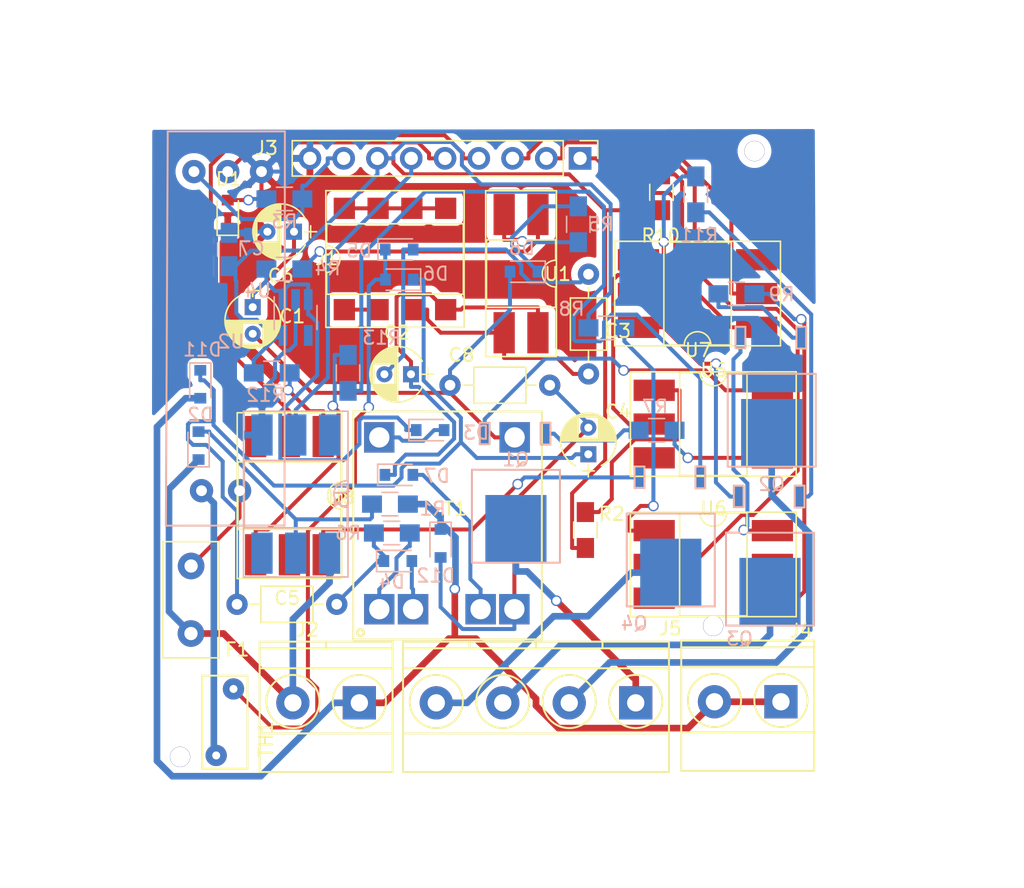
<source format=kicad_pcb>
(kicad_pcb (version 20171130) (host pcbnew 5.1.7-a382d34a8~88~ubuntu18.04.1)
  (layers (0 F.Cu signal) (31 B.Cu signal hide) (34 B.Paste user hide) (35 F.Paste user) (36 B.SilkS user hide) (37 F.SilkS user) (38 B.Mask user hide) (39 F.Mask user) (44 Edge.Cuts user))
  (net 0 "")
  (net 1 "Net-(C3-Pad2)")
  (net 2 "Net-(C5-Pad2)")
  (net 3 /GND)
  (net 4 "Net-(D1-Pad2)")
  (net 5 "Net-(D2-Pad2)")
  (net 6 /Mains_Live_In)
  (net 7 "Net-(D3-Pad2)")
  (net 8 /5V)
  (net 9 "Net-(D4-Pad2)")
  (net 10 "Net-(D5-Pad1)")
  (net 11 "Net-(D7-Pad2)")
  (net 12 "Net-(D8-Pad1)")
  (net 13 /Mains_Neutral)
  (net 14 "Net-(F1-Pad2)")
  (net 15 "Net-(J1-Pad1)")
  (net 16 "Net-(J1-Pad5)")
  (net 17 /DSW2)
  (net 18 /DSW1)
  (net 19 /DSW3)
  (net 20 /DSW4)
  (net 21 /Energy_Sensor)
  (net 22 /Out2)
  (net 23 /Out1)
  (net 24 /Out3)
  (net 25 /Out4)
  (net 26 "Net-(Q1-Pad3)")
  (net 27 "Net-(Q1-Pad2)")
  (net 28 "Net-(Q2-Pad2)")
  (net 29 "Net-(Q2-Pad3)")
  (net 30 "Net-(Q3-Pad2)")
  (net 31 "Net-(Q3-Pad3)")
  (net 32 "Net-(Q4-Pad3)")
  (net 33 "Net-(Q4-Pad2)")
  (net 34 "Net-(R2-Pad1)")
  (net 35 /3.3V)
  (net 36 "Net-(R4-Pad1)")
  (net 37 "Net-(R5-Pad1)")
  (net 38 "Net-(R6-Pad1)")
  (net 39 "Net-(R7-Pad2)")
  (net 40 "Net-(R8-Pad1)")
  (net 41 "Net-(R9-Pad2)")
  (net 42 "Net-(R10-Pad1)")
  (net 43 "Net-(R11-Pad2)")
  (net 44 "Net-(R12-Pad1)")
  (net 45 "Net-(R13-Pad2)")
  (net 46 /Mains_Live_Out)
  (net 47 "Net-(U5-Pad3)")
  (net 48 "Net-(U5-Pad5)")
  (net 49 "Net-(U6-Pad5)")
  (net 50 "Net-(U6-Pad3)")
  (net 51 "Net-(U7-Pad3)")
  (net 52 "Net-(U7-Pad5)")
  (net 53 "Net-(U8-Pad5)")
  (net 54 "Net-(U8-Pad3)")
  (net 55 /Opto_In)
  (net 56 "Net-(U4-Pad4)")
  (net 57 "Net-(U3-Pad3)")
  (net 58 "Net-(U3-Pad6)")
  (net 59 "Net-(C1-Pad2)")
  (net 60 "Net-(C2-Pad2)")
  (net 61 "Net-(C4-Pad1)")
  (net 62 "Net-(C4-Pad2)")
  (net 63 "Net-(C2-Pad1)")
  (module Capacitors_THT:CP_Radial_D4.0mm_P2.00mm (layer F.Cu) (at 174.16 55.339 270)
    (fp_text reference C1 (at 0.68834 -2.9718 180) (layer F.SilkS))
    (fp_text value 4.7uF/400V hide)
    (pad 1 thru_hole rect (at 0 0 270) (size 1.2 1.2) (drill 0.6) (layers *.Cu *.Mask) (net 8 /5V))
    (pad 2 thru_hole circle (at 2 0 270) (size 1.2 1.2) (drill 0.6) (layers *.Cu *.Mask) (net 59 "Net-(C1-Pad2)"))
  )
  (module Custom_Libraries:ACS712 (layer B.Cu) (at 171.008 51.6407 270)
    (fp_text reference U2 (at 6.28142 -1.51892 180) (layer B.SilkS) (effects (justify mirror)))
    (fp_text value ACS712 hide)
    (pad 1 thru_hole circle (at 17.5 0.7 270) (size 1.75 1.75) (drill 0.8128) (layers *.Cu *.Mask) (net 46 /Mains_Live_Out))
    (pad 2 thru_hole circle (at 17.5 -2.16 270) (size 1.75 1.75) (drill 0.8128) (layers *.Cu *.Mask) (net 14 "Net-(F1-Pad2)"))
    (pad 4 thru_hole circle (at -6.5 -1.27 270) (size 1.75 1.75) (drill 0.8128) (layers *.Cu *.Mask) (net 21 /Energy_Sensor))
    (pad 3 thru_hole circle (at -6.5 1.27 270) (size 1.75 1.75) (drill 0.8128) (layers *.Cu *.Mask) (net 8 /5V))
    (pad 5 thru_hole circle (at -6.5 -3.81 270) (size 1.75 1.75) (drill 0.8128) (layers *.Cu *.Mask) (net 3 /GND))
  )
  (module Capacitors_SMD:C_0805_HandSoldering (layer B.Cu) (at 172.375 51.0029 270)
    (fp_text reference C7 (at -0.08096 -1.70688 180) (layer B.SilkS) (effects (justify mirror)))
    (fp_text value 2.2uf hide)
    (pad 1 smd rect (at -1.25 0 270) (size 1.5 1.25) (layers B.Cu B.Paste B.Mask) (net 3 /GND))
    (pad 2 smd rect (at 1.25 0 270) (size 1.5 1.25) (layers B.Cu B.Paste B.Mask) (net 35 /3.3V))
  )
  (module Custom_Libraries:MountingHole1.5mm (layer F.Cu) (at 208.788 79.3064)
    (fp_text reference M2 hide)
    (fp_text value MountingHole_1.5mm hide)
    (pad "" thru_hole circle (at 0 0) (size 1.524 1.524) (drill 1.5) (layers *.Cu *.Mask))
  )
  (module Custom_Libraries:MountingHole1.5mm (layer F.Cu) (at 168.694 89.1591)
    (fp_text reference M3 hide)
    (fp_text value MountingHole_1.5mm hide)
    (pad "" thru_hole circle (at 0 0) (size 1.524 1.524) (drill 1.5) (layers *.Cu *.Mask))
  )
  (module Custom_Libraries:MountingHole1.5mm (layer F.Cu) (at 211.894 43.5966)
    (fp_text reference M1 hide)
    (fp_text value MountingHole_1.5mm hide)
    (pad "" thru_hole circle (at 0 0) (size 1.524 1.524) (drill 1.5) (layers *.Cu *.Mask))
  )
  (module Resistors_SMD:R_0805_HandSoldering (layer B.Cu) (at 204.534 64.5947)
    (fp_text reference R7 (at -0.1143 -1.76784) (layer B.SilkS) (effects (justify mirror)))
    (fp_text value 470E hide)
    (pad 1 smd rect (at -1.35 0) (size 1.5 1.3) (layers B.Cu B.Paste B.Mask) (net 26 "Net-(Q1-Pad3)"))
    (pad 2 smd rect (at 1.35 0) (size 1.5 1.3) (layers B.Cu B.Paste B.Mask) (net 39 "Net-(R7-Pad2)"))
  )
  (module Housings_DIP:DIP-4_W8.89mm_SMDSocket_LongPads (layer F.Cu) (at 194.34 52.8142 270)
    (fp_text reference U1 (at 0.03048 -2.75336 180) (layer F.SilkS))
    (fp_text value EL817 hide)
    (pad 1 smd rect (at -4.445 -1.27 270) (size 3.1 1.6) (layers F.Cu F.Paste F.Mask) (net 36 "Net-(R4-Pad1)"))
    (pad 3 smd rect (at 4.445 1.27 270) (size 3.1 1.6) (layers F.Cu F.Paste F.Mask) (net 1 "Net-(C3-Pad2)"))
    (pad 2 smd rect (at -4.445 1.27 270) (size 3.1 1.6) (layers F.Cu F.Paste F.Mask) (net 37 "Net-(R5-Pad1)"))
    (pad 4 smd rect (at 4.445 -1.27 270) (size 3.1 1.6) (layers F.Cu F.Paste F.Mask) (net 63 "Net-(C2-Pad1)"))
  )
  (module Capacitors_THT:CP_Radial_D4.0mm_P2.00mm (layer F.Cu) (at 177.264 49.6621 180)
    (fp_text reference C6 (at 1 -3.31) (layer F.SilkS))
    (fp_text value 470uF/10V hide)
    (pad 1 thru_hole rect (at 0 0 180) (size 1.2 1.2) (drill 0.6) (layers *.Cu *.Mask) (net 8 /5V))
    (pad 2 thru_hole circle (at 2 0 180) (size 1.2 1.2) (drill 0.6) (layers *.Cu *.Mask) (net 3 /GND))
  )
  (module Capacitors_THT:CP_Radial_D4.0mm_P2.00mm (layer F.Cu) (at 199.4 66.4007 90)
    (fp_text reference C4 (at 3.19786 2.22504 180) (layer F.SilkS))
    (fp_text value 4.7uF/400V hide)
    (pad 1 thru_hole rect (at 0 0 90) (size 1.2 1.2) (drill 0.6) (layers *.Cu *.Mask) (net 61 "Net-(C4-Pad1)"))
    (pad 2 thru_hole circle (at 2 0 90) (size 1.2 1.2) (drill 0.6) (layers *.Cu *.Mask) (net 62 "Net-(C4-Pad2)"))
  )
  (module Capacitors_THT:CP_Radial_D4.0mm_P2.00mm (layer F.Cu) (at 186.063 60.3834 180)
    (fp_text reference C2 (at 1.06934 3.1242) (layer F.SilkS))
    (fp_text value 1uF/63V hide)
    (pad 1 thru_hole rect (at 0 0 180) (size 1.2 1.2) (drill 0.6) (layers *.Cu *.Mask) (net 63 "Net-(C2-Pad1)"))
    (pad 2 thru_hole circle (at 2 0 180) (size 1.2 1.2) (drill 0.6) (layers *.Cu *.Mask) (net 60 "Net-(C2-Pad2)"))
  )
  (module Housings_DIP:DIP-8_W7.62mm_SMDSocket_SmallPads (layer F.Cu) (at 184.859 51.7144 90)
    (fp_text reference J1 (at 0.05334 -5.14604 180) (layer F.SilkS))
    (fp_text value AP8022 hide)
    (pad 1 smd rect (at -3.81 -3.81 90) (size 1.6 1.6) (layers F.Cu F.Paste F.Mask) (net 15 "Net-(J1-Pad1)"))
    (pad 5 smd rect (at 3.81 3.81 90) (size 1.6 1.6) (layers F.Cu F.Paste F.Mask) (net 16 "Net-(J1-Pad5)"))
    (pad 2 smd rect (at -3.81 -1.27 90) (size 1.6 1.6) (layers F.Cu F.Paste F.Mask) (net 15 "Net-(J1-Pad1)"))
    (pad 6 smd rect (at 3.81 1.27 90) (size 1.6 1.6) (layers F.Cu F.Paste F.Mask) (net 16 "Net-(J1-Pad5)"))
    (pad 3 smd rect (at -3.81 1.27 90) (size 1.6 1.6) (layers F.Cu F.Paste F.Mask) (net 1 "Net-(C3-Pad2)"))
    (pad 7 smd rect (at 3.81 -1.27 90) (size 1.6 1.6) (layers F.Cu F.Paste F.Mask) (net 16 "Net-(J1-Pad5)"))
    (pad 4 smd rect (at -3.81 3.81 90) (size 1.6 1.6) (layers F.Cu F.Paste F.Mask) (net 63 "Net-(C2-Pad1)"))
    (pad 8 smd rect (at 3.81 -3.81 90) (size 1.6 1.6) (layers F.Cu F.Paste F.Mask) (net 16 "Net-(J1-Pad5)"))
  )
  (module Fuse_Holders_and_Fuses:Fuse_TE5_Littlefuse-395Series (layer F.Cu) (at 169.515 79.883 90)
    (fp_text reference F1 (at -1.204 3.48444 180) (layer F.SilkS))
    (fp_text value Fuse_Small hide)
    (pad 1 thru_hole circle (at 0 0 90) (size 2 2) (drill 1) (layers *.Cu *.Mask) (net 6 /Mains_Live_In))
    (pad 2 thru_hole circle (at 5.08 0.01 90) (size 2 2) (drill 1) (layers *.Cu *.Mask) (net 14 "Net-(F1-Pad2)"))
  )
  (module Housings_DIP:DIP-6_W8.89mm_SMDSocket_LongPads (layer F.Cu) (at 176.92 69.5122 270)
    (fp_text reference U8 (at 0.13462 -3.9024 180) (layer F.SilkS))
    (fp_text value MOC3021 hide)
    (pad 1 smd rect (at -4.445 -2.54 270) (size 3.1 1.6) (layers F.Cu F.Paste F.Mask) (net 44 "Net-(R12-Pad1)"))
    (pad 4 smd rect (at 4.445 2.54 270) (size 3.1 1.6) (layers F.Cu F.Paste F.Mask) (net 45 "Net-(R13-Pad2)"))
    (pad 2 smd rect (at -4.445 0 270) (size 3.1 1.6) (layers F.Cu F.Paste F.Mask) (net 20 /DSW4))
    (pad 5 smd rect (at 4.445 0 270) (size 3.1 1.6) (layers F.Cu F.Paste F.Mask) (net 53 "Net-(U8-Pad5)"))
    (pad 3 smd rect (at -4.445 2.54 270) (size 3.1 1.6) (layers F.Cu F.Paste F.Mask) (net 54 "Net-(U8-Pad3)"))
    (pad 6 smd rect (at 4.445 -2.54 270) (size 3.1 1.6) (layers F.Cu F.Paste F.Mask) (net 33 "Net-(Q4-Pad2)"))
  )
  (module Housings_DIP:DIP-6_W8.89mm_SMDSocket_LongPads (layer F.Cu) (at 207.615 54.3128 180)
    (fp_text reference U7 (at -0.04318 -4.2545) (layer F.SilkS))
    (fp_text value MOC3021 hide)
    (pad 1 smd rect (at -4.445 -2.54 180) (size 3.1 1.6) (layers F.Cu F.Paste F.Mask) (net 42 "Net-(R10-Pad1)"))
    (pad 4 smd rect (at 4.445 2.54 180) (size 3.1 1.6) (layers F.Cu F.Paste F.Mask) (net 43 "Net-(R11-Pad2)"))
    (pad 2 smd rect (at -4.445 0 180) (size 3.1 1.6) (layers F.Cu F.Paste F.Mask) (net 19 /DSW3))
    (pad 5 smd rect (at 4.445 0 180) (size 3.1 1.6) (layers F.Cu F.Paste F.Mask) (net 52 "Net-(U7-Pad5)"))
    (pad 3 smd rect (at -4.445 2.54 180) (size 3.1 1.6) (layers F.Cu F.Paste F.Mask) (net 51 "Net-(U7-Pad3)"))
    (pad 6 smd rect (at 4.445 -2.54 180) (size 3.1 1.6) (layers F.Cu F.Paste F.Mask) (net 30 "Net-(Q3-Pad2)"))
  )
  (module Housings_DIP:DIP-6_W8.89mm_SMDSocket_LongPads (layer F.Cu) (at 208.798 74.6836)
    (fp_text reference U6 (at 0.01778 -4.20878) (layer F.SilkS))
    (fp_text value MOC3021 hide)
    (pad 1 smd rect (at -4.445 -2.54) (size 3.1 1.6) (layers F.Cu F.Paste F.Mask) (net 40 "Net-(R8-Pad1)"))
    (pad 4 smd rect (at 4.445 2.54) (size 3.1 1.6) (layers F.Cu F.Paste F.Mask) (net 41 "Net-(R9-Pad2)"))
    (pad 2 smd rect (at -4.445 0) (size 3.1 1.6) (layers F.Cu F.Paste F.Mask) (net 17 /DSW2))
    (pad 5 smd rect (at 4.445 0) (size 3.1 1.6) (layers F.Cu F.Paste F.Mask) (net 49 "Net-(U6-Pad5)"))
    (pad 3 smd rect (at -4.445 2.54) (size 3.1 1.6) (layers F.Cu F.Paste F.Mask) (net 50 "Net-(U6-Pad3)"))
    (pad 6 smd rect (at 4.445 -2.54) (size 3.1 1.6) (layers F.Cu F.Paste F.Mask) (net 28 "Net-(Q2-Pad2)"))
  )
  (module Housings_DIP:DIP-6_W8.89mm_SMDSocket_LongPads (layer F.Cu) (at 208.798 64.1299)
    (fp_text reference U5 (at 0.02794 -4.04876) (layer F.SilkS))
    (fp_text value MOC3021 hide)
    (pad 1 smd rect (at -4.445 -2.54) (size 3.1 1.6) (layers F.Cu F.Paste F.Mask) (net 34 "Net-(R2-Pad1)"))
    (pad 4 smd rect (at 4.445 2.54) (size 3.1 1.6) (layers F.Cu F.Paste F.Mask) (net 39 "Net-(R7-Pad2)"))
    (pad 2 smd rect (at -4.445 0) (size 3.1 1.6) (layers F.Cu F.Paste F.Mask) (net 18 /DSW1))
    (pad 5 smd rect (at 4.445 0) (size 3.1 1.6) (layers F.Cu F.Paste F.Mask) (net 48 "Net-(U5-Pad5)"))
    (pad 3 smd rect (at -4.445 2.54) (size 3.1 1.6) (layers F.Cu F.Paste F.Mask) (net 47 "Net-(U5-Pad3)"))
    (pad 6 smd rect (at 4.445 -2.54) (size 3.1 1.6) (layers F.Cu F.Paste F.Mask) (net 27 "Net-(Q1-Pad2)"))
  )
  (module Housings_DIP:DIP-6_W8.89mm_SMDSocket_LongPads (layer B.Cu) (at 177.396 69.3954 90)
    (fp_text reference U3 (at -0.09394 3.47974 270) (layer B.SilkS) (effects (justify mirror)))
    (fp_text value 4N35 hide)
    (pad 1 smd rect (at -4.445 2.54 90) (size 3.1 1.6) (layers B.Cu B.Paste B.Mask) (net 6 /Mains_Live_In))
    (pad 4 smd rect (at 4.445 -2.54 90) (size 3.1 1.6) (layers B.Cu B.Paste B.Mask) (net 3 /GND))
    (pad 2 smd rect (at -4.445 0 90) (size 3.1 1.6) (layers B.Cu B.Paste B.Mask) (net 5 "Net-(D2-Pad2)"))
    (pad 5 smd rect (at 4.445 0 90) (size 3.1 1.6) (layers B.Cu B.Paste B.Mask) (net 55 /Opto_In))
    (pad 3 smd rect (at -4.445 -2.54 90) (size 3.1 1.6) (layers B.Cu B.Paste B.Mask) (net 57 "Net-(U3-Pad3)"))
    (pad 6 smd rect (at 4.445 2.54 90) (size 3.1 1.6) (layers B.Cu B.Paste B.Mask) (net 58 "Net-(U3-Pad6)"))
  )
  (module TO_SOT_Packages_SMD:SOT-23-5_HandSoldering (layer B.Cu) (at 177.383 56.1111 270)
    (fp_text reference U4 (at -2.02184 2.84734 180) (layer B.SilkS) (effects (justify mirror)))
    (fp_text value AP2112K-3.3 hide)
    (pad 1 smd rect (at -1.35 0.95 270) (size 1.56 0.65) (layers B.Cu B.Paste B.Mask) (net 8 /5V))
    (pad 2 smd rect (at -1.35 0 270) (size 1.56 0.65) (layers B.Cu B.Paste B.Mask) (net 3 /GND))
    (pad 3 smd rect (at -1.35 -0.95 270) (size 1.56 0.65) (layers B.Cu B.Paste B.Mask) (net 8 /5V))
    (pad 4 smd rect (at 1.35 -0.95 270) (size 1.56 0.65) (layers B.Cu B.Paste B.Mask) (net 56 "Net-(U4-Pad4)"))
    (pad 5 smd rect (at 1.35 0.95 270) (size 1.56 0.65) (layers B.Cu B.Paste B.Mask) (net 35 /3.3V))
  )
  (module Pin_Headers:Pin_Header_Straight_1x09_Pitch2.54mm (layer F.Cu) (at 198.78 44.1452 270)
    (fp_text reference J3 (at -0.7747 23.58644 180) (layer F.SilkS))
    (fp_text value Conn_01x09_Female hide)
    (pad 1 thru_hole rect (at 0 0 270) (size 1.7 1.7) (drill 1) (layers *.Cu *.Mask) (net 18 /DSW1))
    (pad 2 thru_hole oval (at 0 2.54 270) (size 1.7 1.7) (drill 1) (layers *.Cu *.Mask) (net 17 /DSW2))
    (pad 3 thru_hole oval (at 0 5.08 270) (size 1.7 1.7) (drill 1) (layers *.Cu *.Mask) (net 19 /DSW3))
    (pad 4 thru_hole oval (at 0 7.62 270) (size 1.7 1.7) (drill 1) (layers *.Cu *.Mask) (net 20 /DSW4))
    (pad 5 thru_hole oval (at 0 10.16 270) (size 1.7 1.7) (drill 1) (layers *.Cu *.Mask) (net 21 /Energy_Sensor))
    (pad 6 thru_hole oval (at 0 12.7 270) (size 1.7 1.7) (drill 1) (layers *.Cu *.Mask) (net 55 /Opto_In))
    (pad 7 thru_hole oval (at 0 15.24 270) (size 1.7 1.7) (drill 1) (layers *.Cu *.Mask) (net 35 /3.3V))
    (pad 8 thru_hole oval (at 0 17.78 270) (size 1.7 1.7) (drill 1) (layers *.Cu *.Mask) (net 8 /5V))
    (pad 9 thru_hole oval (at 0 20.32 270) (size 1.7 1.7) (drill 1) (layers *.Cu *.Mask) (net 3 /GND))
  )
  (module Capacitors_THT:C_Axial_L3.8mm_D2.6mm_P7.50mm_Horizontal (layer F.Cu) (at 199.41 52.8574 270)
    (fp_text reference C3 (at 4.26974 -2.2225 180) (layer F.SilkS))
    (fp_text value 47nf hide)
    (pad 1 thru_hole circle (at 0 0 270) (size 1.6 1.6) (drill 0.8) (layers *.Cu *.Mask) (net 60 "Net-(C2-Pad2)"))
    (pad 2 thru_hole oval (at 7.5 0 270) (size 1.6 1.6) (drill 0.8) (layers *.Cu *.Mask) (net 1 "Net-(C3-Pad2)"))
  )
  (module Capacitors_THT:C_Axial_L3.8mm_D2.6mm_P7.50mm_Horizontal (layer F.Cu) (at 172.979 77.6834)
    (fp_text reference C5 (at 3.76936 -0.46986) (layer F.SilkS))
    (fp_text value "2A222J / 2.2nF" hide)
    (pad 2 thru_hole oval (at 7.5 0) (size 1.6 1.6) (drill 0.8) (layers *.Cu *.Mask) (net 2 "Net-(C5-Pad2)"))
    (pad 1 thru_hole circle (at 0 0) (size 1.6 1.6) (drill 0.8) (layers *.Cu *.Mask) (net 61 "Net-(C4-Pad1)"))
  )
  (module Capacitors_THT:C_Axial_L3.8mm_D2.6mm_P7.50mm_Horizontal (layer F.Cu) (at 196.497 61.2064 180)
    (fp_text reference C8 (at 6.63454 2.27586) (layer F.SilkS))
    (fp_text value "2A222J / 2.2nF" hide)
    (pad 2 thru_hole oval (at 7.5 0 180) (size 1.6 1.6) (drill 0.8) (layers *.Cu *.Mask) (net 59 "Net-(C1-Pad2)"))
    (pad 1 thru_hole circle (at 0 0 180) (size 1.6 1.6) (drill 0.8) (layers *.Cu *.Mask) (net 62 "Net-(C4-Pad2)"))
  )
  (module Diodes_SMD:D_0805 (layer F.Cu) (at 172.281 48.3337 90)
    (fp_text reference D1 (at 2.6162 0.07874 180) (layer F.SilkS))
    (fp_text value LED1 hide)
    (pad 1 smd rect (at -1.05 0 90) (size 0.8 0.9) (layers F.Cu F.Paste F.Mask) (net 3 /GND))
    (pad 2 smd rect (at 1.05 0 90) (size 0.8 0.9) (layers F.Cu F.Paste F.Mask) (net 4 "Net-(D1-Pad2)"))
  )
  (module Diodes_SMD:D_0805 (layer B.Cu) (at 170.086 65.7479 90)
    (fp_text reference D2 (at 2.3114 0.13462 180) (layer B.SilkS) (effects (justify mirror)))
    (fp_text value IN4148 hide)
    (pad 2 smd rect (at 1.05 0 90) (size 0.8 0.9) (layers B.Cu B.Paste B.Mask) (net 5 "Net-(D2-Pad2)"))
    (pad 1 smd rect (at -1.05 0 90) (size 0.8 0.9) (layers B.Cu B.Paste B.Mask) (net 6 /Mains_Live_In))
  )
  (module Diodes_SMD:D_0805 (layer B.Cu) (at 187.505 64.582)
    (fp_text reference D3 (at 3.45186 0.19812) (layer B.SilkS) (effects (justify mirror)))
    (fp_text value SR360 hide)
    (pad 2 smd rect (at 1.05 0) (size 0.8 0.9) (layers B.Cu B.Paste B.Mask) (net 7 "Net-(D3-Pad2)"))
    (pad 1 smd rect (at -1.05 0) (size 0.8 0.9) (layers B.Cu B.Paste B.Mask) (net 8 /5V))
  )
  (module Diodes_SMD:D_0805 (layer B.Cu) (at 185.075 74.4296)
    (fp_text reference D4 (at -0.45466 1.5621) (layer B.SilkS) (effects (justify mirror)))
    (fp_text value FR107 hide)
    (pad 2 smd rect (at 1.05 0) (size 0.8 0.9) (layers B.Cu B.Paste B.Mask) (net 9 "Net-(D4-Pad2)"))
    (pad 1 smd rect (at -1.05 0) (size 0.8 0.9) (layers B.Cu B.Paste B.Mask) (net 2 "Net-(C5-Pad2)"))
  )
  (module Diodes_SMD:D_0805 (layer B.Cu) (at 185.176 51.0007)
    (fp_text reference D5 (at -3.02006 0.0762) (layer B.SilkS) (effects (justify mirror)))
    (fp_text value IN4007 hide)
    (pad 1 smd rect (at -1.05 0) (size 0.8 0.9) (layers B.Cu B.Paste B.Mask) (net 10 "Net-(D5-Pad1)"))
    (pad 2 smd rect (at 1.05 0) (size 0.8 0.9) (layers B.Cu B.Paste B.Mask) (net 60 "Net-(C2-Pad2)"))
  )
  (module Diodes_SMD:D_0805 (layer B.Cu) (at 185.191 53.2689 180)
    (fp_text reference D6 (at -2.72034 0.4445) (layer B.SilkS) (effects (justify mirror)))
    (fp_text value IN4007 hide)
    (pad 1 smd rect (at -1.05 0 180) (size 0.8 0.9) (layers B.Cu B.Paste B.Mask) (net 61 "Net-(C4-Pad1)"))
    (pad 2 smd rect (at 1.05 0 180) (size 0.8 0.9) (layers B.Cu B.Paste B.Mask) (net 10 "Net-(D5-Pad1)"))
  )
  (module Diodes_SMD:D_0805 (layer B.Cu) (at 185.152 67.9501)
    (fp_text reference D7 (at 2.85242 0.07874) (layer B.SilkS) (effects (justify mirror)))
    (fp_text value IN4148 hide)
    (pad 2 smd rect (at 1.05 0) (size 0.8 0.9) (layers B.Cu B.Paste B.Mask) (net 11 "Net-(D7-Pad2)"))
    (pad 1 smd rect (at -1.05 0) (size 0.8 0.9) (layers B.Cu B.Paste B.Mask) (net 63 "Net-(C2-Pad1)"))
  )
  (module Diodes_SMD:D_0805 (layer B.Cu) (at 194.559 52.6669 180)
    (fp_text reference D8 (at 0.161 1.77292) (layer B.SilkS) (effects (justify mirror)))
    (fp_text value "PH C4V3" hide)
    (pad 1 smd rect (at -1.05 0 180) (size 0.8 0.9) (layers B.Cu B.Paste B.Mask) (net 12 "Net-(D8-Pad1)"))
    (pad 2 smd rect (at 1.05 0 180) (size 0.8 0.9) (layers B.Cu B.Paste B.Mask) (net 59 "Net-(C1-Pad2)"))
  )
  (module Diodes_SMD:D_0805 (layer B.Cu) (at 170.216 61.1353 270)
    (fp_text reference D11 (at -2.60604 -0.15494 180) (layer B.SilkS) (effects (justify mirror)))
    (fp_text value IN4007 hide)
    (pad 2 smd rect (at 1.05 0 270) (size 0.8 0.9) (layers B.Cu B.Paste B.Mask) (net 13 /Mains_Neutral))
    (pad 1 smd rect (at -1.05 0 270) (size 0.8 0.9) (layers B.Cu B.Paste B.Mask) (net 61 "Net-(C4-Pad1)"))
  )
  (module Diodes_SMD:D_0805 (layer B.Cu) (at 188.288 73.1114 270)
    (fp_text reference D12 (at 2.41554 0.35814 180) (layer B.SilkS) (effects (justify mirror)))
    (fp_text value IN4007 hide)
    (pad 1 smd rect (at -1.05 0 270) (size 0.8 0.9) (layers B.Cu B.Paste B.Mask) (net 13 /Mains_Neutral))
    (pad 2 smd rect (at 1.05 0 270) (size 0.8 0.9) (layers B.Cu B.Paste B.Mask) (net 62 "Net-(C4-Pad2)"))
  )
  (module TerminalBlocks_Phoenix:TerminalBlock_Phoenix_MKDS1.5-2pol (layer F.Cu) (at 182.179 85.0951 180)
    (fp_text reference J2 (at 3.88576 5.50162) (layer F.SilkS))
    (fp_text value Screw_Terminal_01x02 hide)
    (pad 2 thru_hole circle (at 5 0 180) (size 2.5 2.5) (drill 1.3) (layers *.Cu *.Mask) (net 6 /Mains_Live_In))
    (pad 1 thru_hole rect (at 0 0 180) (size 2.5 2.5) (drill 1.3) (layers *.Cu *.Mask) (net 13 /Mains_Neutral))
  )
  (module TerminalBlocks_Phoenix:TerminalBlock_Phoenix_MKDS1.5-2pol (layer F.Cu) (at 213.886 85.0138 180)
    (fp_text reference J4 (at -1.50876 5.334) (layer F.SilkS))
    (fp_text value Screw_Terminal_01x02 hide)
    (pad 1 thru_hole rect (at 0 0 180) (size 2.5 2.5) (drill 1.3) (layers *.Cu *.Mask) (net 13 /Mains_Neutral))
    (pad 2 thru_hole circle (at 5 0 180) (size 2.5 2.5) (drill 1.3) (layers *.Cu *.Mask) (net 13 /Mains_Neutral))
  )
  (module TerminalBlocks_Phoenix:TerminalBlock_Phoenix_MKDS1.5-4pol (layer F.Cu) (at 202.964 85.0951 180)
    (fp_text reference J5 (at -2.59588 5.58546) (layer F.SilkS))
    (fp_text value Screw_Terminal_01x04 hide)
    (pad 2 thru_hole circle (at 5 0 180) (size 2.5 2.5) (drill 1.3) (layers *.Cu *.Mask) (net 22 /Out2))
    (pad 1 thru_hole rect (at 0 0 180) (size 2.5 2.5) (drill 1.3) (layers *.Cu *.Mask) (net 23 /Out1))
    (pad 3 thru_hole circle (at 10 0 180) (size 2.5 2.5) (drill 1.3) (layers *.Cu *.Mask) (net 24 /Out3))
    (pad 4 thru_hole circle (at 15 0 180) (size 2.5 2.5) (drill 1.3) (layers *.Cu *.Mask) (net 25 /Out4))
  )
  (module Custom_Libraries:BT136S (layer B.Cu) (at 193.894 71.0941)
    (fp_text reference Q1 (at 0.05746 -4.30732) (layer B.SilkS) (effects (justify mirror)))
    (fp_text value BT136-500 hide)
    (pad 3 smd rect (at 2.28 -6.24) (size 0.6 1.5) (layers B.Cu B.Paste B.Mask) (net 26 "Net-(Q1-Pad3)"))
    (pad 2 smd rect (at -2.29 -6.24) (size 0.6 1.5) (layers B.Cu B.Paste B.Mask) (net 27 "Net-(Q1-Pad2)"))
    (pad 1 smd rect (at 0.06 0.92) (size 4.6 5.1) (layers B.Cu B.Paste B.Mask) (net 23 /Out1))
  )
  (module Custom_Libraries:BT136S (layer B.Cu) (at 213.131 63.8734)
    (fp_text reference Q2 (at 0.06 4.77) (layer B.SilkS) (effects (justify mirror)))
    (fp_text value BT136-500 hide)
    (pad 1 smd rect (at 0.06 0.92) (size 4.6 5.1) (layers B.Cu B.Paste B.Mask) (net 22 /Out2))
    (pad 2 smd rect (at -2.29 -6.24) (size 0.6 1.5) (layers B.Cu B.Paste B.Mask) (net 28 "Net-(Q2-Pad2)"))
    (pad 3 smd rect (at 2.28 -6.24) (size 0.6 1.5) (layers B.Cu B.Paste B.Mask) (net 29 "Net-(Q2-Pad3)"))
  )
  (module Custom_Libraries:BT136S (layer B.Cu) (at 213.003 75.8236)
    (fp_text reference Q3 (at -2.22872 4.44548) (layer B.SilkS) (effects (justify mirror)))
    (fp_text value BT136-500 hide)
    (pad 1 smd rect (at 0.06 0.92) (size 4.6 5.1) (layers B.Cu B.Paste B.Mask) (net 24 /Out3))
    (pad 2 smd rect (at -2.29 -6.24) (size 0.6 1.5) (layers B.Cu B.Paste B.Mask) (net 30 "Net-(Q3-Pad2)"))
    (pad 3 smd rect (at 2.28 -6.24) (size 0.6 1.5) (layers B.Cu B.Paste B.Mask) (net 31 "Net-(Q3-Pad3)"))
  )
  (module Custom_Libraries:BT136S (layer B.Cu) (at 205.54 74.3808)
    (fp_text reference Q4 (at -2.68574 4.74524) (layer B.SilkS) (effects (justify mirror)))
    (fp_text value BT136-500 hide)
    (pad 3 smd rect (at 2.28 -6.24) (size 0.6 1.5) (layers B.Cu B.Paste B.Mask) (net 32 "Net-(Q4-Pad3)"))
    (pad 2 smd rect (at -2.29 -6.24) (size 0.6 1.5) (layers B.Cu B.Paste B.Mask) (net 33 "Net-(Q4-Pad2)"))
    (pad 1 smd rect (at 0.06 0.92) (size 4.6 5.1) (layers B.Cu B.Paste B.Mask) (net 25 /Out4))
  )
  (module Resistors_SMD:R_0805_HandSoldering (layer B.Cu) (at 184.479 70.1497)
    (fp_text reference R1 (at 3.2143 0.34292) (layer B.SilkS) (effects (justify mirror)))
    (fp_text value 220K hide)
    (pad 2 smd rect (at 1.35 0) (size 1.5 1.3) (layers B.Cu B.Paste B.Mask) (net 13 /Mains_Neutral))
    (pad 1 smd rect (at -1.35 0) (size 1.5 1.3) (layers B.Cu B.Paste B.Mask) (net 5 "Net-(D2-Pad2)"))
  )
  (module Resistors_SMD:R_0805_HandSoldering (layer F.Cu) (at 199.179 72.0979 270)
    (fp_text reference R2 (at -1.21158 -1.97612 180) (layer F.SilkS))
    (fp_text value 100E hide)
    (pad 1 smd rect (at -1.35 0 270) (size 1.5 1.3) (layers F.Cu F.Paste F.Mask) (net 34 "Net-(R2-Pad1)"))
    (pad 2 smd rect (at 1.35 0 270) (size 1.5 1.3) (layers F.Cu F.Paste F.Mask) (net 35 /3.3V))
  )
  (module Resistors_SMD:R_0805_HandSoldering (layer B.Cu) (at 176.54 47.1983)
    (fp_text reference R3 (at 0 1.7) (layer B.SilkS) (effects (justify mirror)))
    (fp_text value 2.2K hide)
    (pad 1 smd rect (at -1.35 0) (size 1.5 1.3) (layers B.Cu B.Paste B.Mask) (net 4 "Net-(D1-Pad2)"))
    (pad 2 smd rect (at 1.35 0) (size 1.5 1.3) (layers B.Cu B.Paste B.Mask) (net 8 /5V))
  )
  (module Resistors_SMD:R_0805_HandSoldering (layer B.Cu) (at 176.538 52.4688 180)
    (fp_text reference R4 (at -3.2512 0.04064) (layer B.SilkS) (effects (justify mirror)))
    (fp_text value "330 R" hide)
    (pad 1 smd rect (at -1.35 0 180) (size 1.5 1.3) (layers B.Cu B.Paste B.Mask) (net 36 "Net-(R4-Pad1)"))
    (pad 2 smd rect (at 1.35 0 180) (size 1.5 1.3) (layers B.Cu B.Paste B.Mask) (net 8 /5V))
  )
  (module Resistors_SMD:R_0805_HandSoldering (layer B.Cu) (at 198.646 49.1033 90)
    (fp_text reference R5 (at 0 1.7 180) (layer B.SilkS) (effects (justify mirror)))
    (fp_text value "330 R" hide)
    (pad 2 smd rect (at 1.35 0 90) (size 1.5 1.3) (layers B.Cu B.Paste B.Mask) (net 12 "Net-(D8-Pad1)"))
    (pad 1 smd rect (at -1.35 0 90) (size 1.5 1.3) (layers B.Cu B.Paste B.Mask) (net 37 "Net-(R5-Pad1)"))
  )
  (module Resistors_SMD:R_0805_HandSoldering (layer B.Cu) (at 184.62 72.3214 180)
    (fp_text reference R6 (at 3.28676 0) (layer B.SilkS) (effects (justify mirror)))
    (fp_text value 100K hide)
    (pad 2 smd rect (at 1.35 0 180) (size 1.5 1.3) (layers B.Cu B.Paste B.Mask) (net 2 "Net-(C5-Pad2)"))
    (pad 1 smd rect (at -1.35 0 180) (size 1.5 1.3) (layers B.Cu B.Paste B.Mask) (net 38 "Net-(R6-Pad1)"))
  )
  (module Resistors_SMD:R_0805_HandSoldering (layer B.Cu) (at 200.759 56.896 180)
    (fp_text reference R8 (at 2.62382 1.42494) (layer B.SilkS) (effects (justify mirror)))
    (fp_text value 100E hide)
    (pad 2 smd rect (at 1.35 0 180) (size 1.5 1.3) (layers B.Cu B.Paste B.Mask) (net 35 /3.3V))
    (pad 1 smd rect (at -1.35 0 180) (size 1.5 1.3) (layers B.Cu B.Paste B.Mask) (net 40 "Net-(R8-Pad1)"))
  )
  (module Resistors_SMD:R_0805_HandSoldering (layer B.Cu) (at 210.534 54.3357)
    (fp_text reference R9 (at 3.39852 0.03302) (layer B.SilkS) (effects (justify mirror)))
    (fp_text value 470E hide)
    (pad 1 smd rect (at -1.35 0) (size 1.5 1.3) (layers B.Cu B.Paste B.Mask) (net 29 "Net-(Q2-Pad3)"))
    (pad 2 smd rect (at 1.35 0) (size 1.5 1.3) (layers B.Cu B.Paste B.Mask) (net 41 "Net-(R9-Pad2)"))
  )
  (module Resistors_SMD:R_0805_HandSoldering (layer F.Cu) (at 204.899 46.6979 270)
    (fp_text reference R10 (at 3.25882 0.05588 180) (layer F.SilkS))
    (fp_text value 100E hide)
    (pad 2 smd rect (at 1.35 0 270) (size 1.5 1.3) (layers F.Cu F.Paste F.Mask) (net 35 /3.3V))
    (pad 1 smd rect (at -1.35 0 270) (size 1.5 1.3) (layers F.Cu F.Paste F.Mask) (net 42 "Net-(R10-Pad1)"))
  )
  (module Resistors_SMD:R_0805_HandSoldering (layer B.Cu) (at 207.485 46.8528 90)
    (fp_text reference R11 (at -3.07594 0.23876 180) (layer B.SilkS) (effects (justify mirror)))
    (fp_text value 470E hide)
    (pad 1 smd rect (at -1.35 0 90) (size 1.5 1.3) (layers B.Cu B.Paste B.Mask) (net 31 "Net-(Q3-Pad3)"))
    (pad 2 smd rect (at 1.35 0 90) (size 1.5 1.3) (layers B.Cu B.Paste B.Mask) (net 43 "Net-(R11-Pad2)"))
  )
  (module Resistors_SMD:R_0805_HandSoldering (layer B.Cu) (at 175.588 60.2793 180)
    (fp_text reference R12 (at 0.46644 -1.65862) (layer B.SilkS) (effects (justify mirror)))
    (fp_text value 100E hide)
    (pad 2 smd rect (at 1.35 0 180) (size 1.5 1.3) (layers B.Cu B.Paste B.Mask) (net 35 /3.3V))
    (pad 1 smd rect (at -1.35 0 180) (size 1.5 1.3) (layers B.Cu B.Paste B.Mask) (net 44 "Net-(R12-Pad1)"))
  )
  (module Resistors_SMD:R_0805_HandSoldering (layer B.Cu) (at 181.326 60.278 90)
    (fp_text reference R13 (at 2.6416 2.53238 180) (layer B.SilkS) (effects (justify mirror)))
    (fp_text value 470E hide)
    (pad 1 smd rect (at -1.35 0 90) (size 1.5 1.3) (layers B.Cu B.Paste B.Mask) (net 32 "Net-(Q4-Pad3)"))
    (pad 2 smd rect (at 1.35 0 90) (size 1.5 1.3) (layers B.Cu B.Paste B.Mask) (net 45 "Net-(R13-Pad2)"))
  )
  (module Custom_Libraries:Transformer (layer F.Cu) (at 191.298 70.4317 90)
    (fp_text reference T1 (at -0.06096 -1.89738 180) (layer F.SilkS))
    (fp_text value F12-090 hide)
    (pad 5 thru_hole rect (at 5.3 2.56 90) (size 2.286 2.286) (drill 1.524) (layers *.Cu *.Mask) (net 59 "Net-(C1-Pad2)"))
    (pad 6 thru_hole rect (at 5.3 -7.62 90) (size 2.286 2.286) (drill 1.524) (layers *.Cu *.Mask) (net 7 "Net-(D3-Pad2)"))
    (pad 4 thru_hole rect (at -7.62 2.54 90) (size 2.286 2.286) (drill 1.524) (layers *.Cu *.Mask) (net 62 "Net-(C4-Pad2)"))
    (pad 3 thru_hole rect (at -7.62 0 90) (size 2.286 2.286) (drill 1.524) (layers *.Cu *.Mask) (net 11 "Net-(D7-Pad2)"))
    (pad 2 thru_hole rect (at -7.62 -5.08 90) (size 2.286 2.286) (drill 1.524) (layers *.Cu *.Mask) (net 9 "Net-(D4-Pad2)"))
    (pad 1 thru_hole rect (at -7.62 -7.62 90) (size 2.286 2.286) (drill 1.524) (layers *.Cu *.Mask) (net 38 "Net-(R6-Pad1)"))
  )
  (module Varistors:RV_Disc_D7_W3.4_P5 (layer F.Cu) (at 172.712 84.0511 270)
    (fp_text reference TH1 (at 3.78968 -2.43586 90) (layer F.SilkS))
    (fp_text value NTC hide)
    (pad 2 thru_hole circle (at 5 1.3 270) (size 1.6 1.6) (drill 0.6) (layers *.Cu *.Mask) (net 46 /Mains_Live_Out))
    (pad 1 thru_hole circle (at 0 0 270) (size 1.6 1.6) (drill 0.6) (layers *.Cu *.Mask) (net 10 "Net-(D5-Pad1)"))
  )
  (segment (start 193.07 57.2592) (end 193.07 59.1595) (width 0.3) (layer F.Cu) (net 1))
  (segment (start 199.41 60.3574) (end 198.2597 60.3574) (width 0.3) (layer F.Cu) (net 1))
  (segment (start 198.2597 60.3574) (end 197.0618 59.1595) (width 0.3) (layer F.Cu) (net 1))
  (segment (start 197.0618 59.1595) (end 193.07 59.1595) (width 0.3) (layer F.Cu) (net 1))
  (segment (start 186.129 55.5244) (end 187.2793 55.5244) (width 0.3) (layer F.Cu) (net 1))
  (segment (start 187.2793 55.5244) (end 187.2793 56.2433) (width 0.3) (layer F.Cu) (net 1))
  (segment (start 187.2793 56.2433) (end 188.2952 57.2592) (width 0.3) (layer F.Cu) (net 1))
  (segment (start 188.2952 57.2592) (end 193.07 57.2592) (width 0.3) (layer F.Cu) (net 1))
  (segment (start 183.27 72.3214) (end 183.27 73.3217) (width 0.3) (layer B.Cu) (net 2))
  (segment (start 183.27 73.3217) (end 183.3173 73.3217) (width 0.3) (layer B.Cu) (net 2))
  (segment (start 183.3173 73.3217) (end 184.025 74.0294) (width 0.3) (layer B.Cu) (net 2))
  (segment (start 184.025 74.0294) (end 180.479 77.5754) (width 0.3) (layer B.Cu) (net 2))
  (segment (start 180.479 77.5754) (end 180.479 77.6834) (width 0.3) (layer B.Cu) (net 2))
  (segment (start 184.025 74.4296) (end 184.025 74.0294) (width 0.3) (layer B.Cu) (net 2))
  (segment (start 178.46 44.1452) (end 177.2597 44.1452) (width 0.3) (layer B.Cu) (net 3))
  (segment (start 174.818 45.1407) (end 176.2642 45.1407) (width 0.3) (layer B.Cu) (net 3))
  (segment (start 176.2642 45.1407) (end 177.2597 44.1452) (width 0.3) (layer B.Cu) (net 3))
  (segment (start 174.818 49.3837) (end 174.9856 49.3837) (width 0.3) (layer F.Cu) (net 3))
  (segment (start 174.9856 49.3837) (end 175.264 49.6621) (width 0.3) (layer F.Cu) (net 3))
  (segment (start 172.281 49.3837) (end 174.818 49.3837) (width 0.3) (layer F.Cu) (net 3))
  (segment (start 174.818 49.3837) (end 174.818 45.1407) (width 0.3) (layer F.Cu) (net 3))
  (segment (start 172.375 49.7529) (end 171.3997 49.7529) (width 0.3) (layer B.Cu) (net 3))
  (segment (start 174.835 61.6118) (end 173.6355 61.6118) (width 0.3) (layer B.Cu) (net 3))
  (segment (start 173.6355 61.6118) (end 171.3997 59.376) (width 0.3) (layer B.Cu) (net 3))
  (segment (start 171.3997 59.376) (end 171.3997 49.7529) (width 0.3) (layer B.Cu) (net 3))
  (segment (start 174.835 61.6118) (end 174.835 63.0291) (width 0.3) (layer B.Cu) (net 3))
  (segment (start 174.835 63.0291) (end 174.856 63.0501) (width 0.3) (layer B.Cu) (net 3))
  (segment (start 177.383 54.7611) (end 177.383 58.1155) (width 0.3) (layer B.Cu) (net 3))
  (segment (start 177.383 58.1155) (end 176.907 58.5915) (width 0.3) (layer B.Cu) (net 3))
  (segment (start 176.907 58.5915) (end 176.6395 58.5915) (width 0.3) (layer B.Cu) (net 3))
  (segment (start 176.6395 58.5915) (end 175.8376 59.3934) (width 0.3) (layer B.Cu) (net 3))
  (segment (start 175.8376 59.3934) (end 175.8376 60.6092) (width 0.3) (layer B.Cu) (net 3))
  (segment (start 175.8376 60.6092) (end 174.835 61.6118) (width 0.3) (layer B.Cu) (net 3))
  (segment (start 175.264 49.6621) (end 173.4411 49.6621) (width 0.3) (layer B.Cu) (net 3))
  (segment (start 173.4411 49.6621) (end 173.3503 49.7529) (width 0.3) (layer B.Cu) (net 3))
  (segment (start 172.375 49.7529) (end 173.3503 49.7529) (width 0.3) (layer B.Cu) (net 3))
  (segment (start 174.856 64.9504) (end 174.856 63.0501) (width 0.3) (layer B.Cu) (net 3))
  (segment (start 172.281 47.2837) (end 173.8346 47.2837) (width 0.3) (layer F.Cu) (net 4))
  (segment (start 174.0897 47.1983) (end 174.0043 47.2837) (width 0.3) (layer B.Cu) (net 4))
  (segment (start 174.0043 47.2837) (end 173.8346 47.2837) (width 0.3) (layer B.Cu) (net 4))
  (segment (start 175.19 47.1983) (end 174.0897 47.1983) (width 0.3) (layer B.Cu) (net 4))
  (via (at 173.8346 47.2837) (size 0.8) (layers F.Cu B.Cu) (net 4))
  (segment (start 170.086 64.6979) (end 170.8863 64.6979) (width 0.3) (layer B.Cu) (net 5))
  (segment (start 183.129 70.1497) (end 183.129 71.15) (width 0.3) (layer B.Cu) (net 5))
  (segment (start 177.396 71.2937) (end 182.9853 71.2937) (width 0.3) (layer B.Cu) (net 5))
  (segment (start 182.9853 71.2937) (end 183.129 71.15) (width 0.3) (layer B.Cu) (net 5))
  (segment (start 170.8863 64.6979) (end 170.8863 64.784) (width 0.3) (layer B.Cu) (net 5))
  (segment (start 170.8863 64.784) (end 177.396 71.2937) (width 0.3) (layer B.Cu) (net 5))
  (segment (start 177.396 71.2937) (end 177.396 71.9401) (width 0.3) (layer B.Cu) (net 5))
  (segment (start 177.396 73.8404) (end 177.396 71.9401) (width 0.3) (layer B.Cu) (net 5))
  (segment (start 177.179 85.0951) (end 171.9669 79.883) (width 0.5) (layer F.Cu) (net 6))
  (segment (start 171.9669 79.883) (end 169.515 79.883) (width 0.5) (layer F.Cu) (net 6))
  (segment (start 169.515 79.883) (end 167.8651 78.2331) (width 0.5) (layer B.Cu) (net 6))
  (segment (start 167.8651 78.2331) (end 167.8651 69.0188) (width 0.5) (layer B.Cu) (net 6))
  (segment (start 167.8651 69.0188) (end 170.086 66.7979) (width 0.5) (layer B.Cu) (net 6))
  (segment (start 179.936 73.8404) (end 179.936 76.0407) (width 0.5) (layer B.Cu) (net 6))
  (segment (start 177.179 85.0951) (end 177.179 78.7977) (width 0.5) (layer B.Cu) (net 6))
  (segment (start 177.179 78.7977) (end 179.936 76.0407) (width 0.5) (layer B.Cu) (net 6))
  (segment (start 188.555 64.582) (end 187.8047 64.582) (width 0.3) (layer B.Cu) (net 7))
  (segment (start 183.678 65.1317) (end 185.1713 65.1317) (width 0.3) (layer B.Cu) (net 7))
  (segment (start 185.1713 65.1317) (end 185.422 65.3824) (width 0.3) (layer B.Cu) (net 7))
  (segment (start 185.422 65.3824) (end 187.0043 65.3824) (width 0.3) (layer B.Cu) (net 7))
  (segment (start 187.0043 65.3824) (end 187.8047 64.582) (width 0.3) (layer B.Cu) (net 7))
  (segment (start 178.333 54.7611) (end 178.333 55.8914) (width 0.3) (layer B.Cu) (net 8))
  (segment (start 186.455 64.582) (end 185.7047 64.582) (width 0.3) (layer B.Cu) (net 8))
  (segment (start 185.7047 64.582) (end 185.7047 64.3006) (width 0.3) (layer B.Cu) (net 8))
  (segment (start 185.7047 64.3006) (end 185.0424 63.6383) (width 0.3) (layer B.Cu) (net 8))
  (segment (start 185.0424 63.6383) (end 182.39 63.6383) (width 0.3) (layer B.Cu) (net 8))
  (segment (start 182.39 63.6383) (end 182.1846 63.8437) (width 0.3) (layer B.Cu) (net 8))
  (segment (start 182.1846 63.8437) (end 182.1846 65.6292) (width 0.3) (layer B.Cu) (net 8))
  (segment (start 182.1846 65.6292) (end 180.963 66.8508) (width 0.3) (layer B.Cu) (net 8))
  (segment (start 180.963 66.8508) (end 176.3644 66.8508) (width 0.3) (layer B.Cu) (net 8))
  (segment (start 176.3644 66.8508) (end 176.2343 66.7207) (width 0.3) (layer B.Cu) (net 8))
  (segment (start 176.2343 66.7207) (end 176.2343 63.2184) (width 0.3) (layer B.Cu) (net 8))
  (segment (start 176.2343 63.2184) (end 179.0083 60.4444) (width 0.3) (layer B.Cu) (net 8))
  (segment (start 179.0083 60.4444) (end 179.0083 56.4822) (width 0.3) (layer B.Cu) (net 8))
  (segment (start 179.0083 56.4822) (end 178.4175 55.8914) (width 0.3) (layer B.Cu) (net 8))
  (segment (start 178.4175 55.8914) (end 178.333 55.8914) (width 0.3) (layer B.Cu) (net 8))
  (segment (start 177.264 48.7118) (end 173.3091 48.7118) (width 0.3) (layer B.Cu) (net 8))
  (segment (start 173.3091 48.7118) (end 169.738 45.1407) (width 0.3) (layer B.Cu) (net 8))
  (segment (start 177.264 48.8369) (end 177.264 48.7118) (width 0.3) (layer B.Cu) (net 8))
  (segment (start 177.264 49.6621) (end 177.264 48.8369) (width 0.3) (layer B.Cu) (net 8))
  (segment (start 174.16 55.339) (end 174.16 54.3887) (width 0.3) (layer F.Cu) (net 8))
  (segment (start 174.16 54.3887) (end 177.264 51.2847) (width 0.3) (layer F.Cu) (net 8))
  (segment (start 177.264 51.2847) (end 177.264 49.6621) (width 0.3) (layer F.Cu) (net 8))
  (segment (start 176.433 54.1107) (end 176.9129 53.6308) (width 0.3) (layer B.Cu) (net 8))
  (segment (start 176.9129 53.6308) (end 178.333 53.6308) (width 0.3) (layer B.Cu) (net 8))
  (segment (start 176.433 54.1959) (end 176.433 54.1107) (width 0.3) (layer B.Cu) (net 8))
  (segment (start 176.433 54.1107) (end 175.8296 54.1107) (width 0.3) (layer B.Cu) (net 8))
  (segment (start 175.8296 54.1107) (end 175.188 53.4691) (width 0.3) (layer B.Cu) (net 8))
  (segment (start 175.188 52.4688) (end 175.188 53.4691) (width 0.3) (layer B.Cu) (net 8))
  (segment (start 174.16 55.339) (end 174.16 54.3887) (width 0.3) (layer B.Cu) (net 8))
  (segment (start 174.16 54.3887) (end 175.0796 53.4691) (width 0.3) (layer B.Cu) (net 8))
  (segment (start 175.0796 53.4691) (end 175.188 53.4691) (width 0.3) (layer B.Cu) (net 8))
  (segment (start 177.89 47.1983) (end 177.89 48.1986) (width 0.3) (layer B.Cu) (net 8))
  (segment (start 177.89 48.1986) (end 177.7772 48.1986) (width 0.3) (layer B.Cu) (net 8))
  (segment (start 177.7772 48.1986) (end 177.264 48.7118) (width 0.3) (layer B.Cu) (net 8))
  (segment (start 177.89 46.6981) (end 177.89 47.1983) (width 0.3) (layer B.Cu) (net 8))
  (segment (start 177.89 46.6981) (end 177.89 46.198) (width 0.3) (layer B.Cu) (net 8))
  (segment (start 178.333 54.7611) (end 178.333 53.6308) (width 0.3) (layer B.Cu) (net 8))
  (segment (start 176.433 54.7611) (end 176.433 54.1959) (width 0.3) (layer B.Cu) (net 8))
  (segment (start 181 44.1452) (end 179.7997 44.1452) (width 0.3) (layer B.Cu) (net 8))
  (segment (start 179.7997 44.1452) (end 179.7997 44.5384) (width 0.3) (layer B.Cu) (net 8))
  (segment (start 179.7997 44.5384) (end 178.1401 46.198) (width 0.3) (layer B.Cu) (net 8))
  (segment (start 178.1401 46.198) (end 177.89 46.198) (width 0.3) (layer B.Cu) (net 8))
  (segment (start 186.218 78.0517) (end 186.218 76.5584) (width 0.3) (layer B.Cu) (net 9))
  (segment (start 186.218 76.5584) (end 186.125 76.4654) (width 0.3) (layer B.Cu) (net 9))
  (segment (start 186.125 76.4654) (end 186.125 74.4296) (width 0.3) (layer B.Cu) (net 9))
  (segment (start 172.712 84.0511) (end 175.6118 86.9509) (width 0.3) (layer F.Cu) (net 10))
  (segment (start 175.6118 86.9509) (end 177.8699 86.9509) (width 0.3) (layer F.Cu) (net 10))
  (segment (start 177.8699 86.9509) (end 179.0102 85.8106) (width 0.3) (layer F.Cu) (net 10))
  (segment (start 179.0102 85.8106) (end 179.0102 83.9953) (width 0.3) (layer F.Cu) (net 10))
  (segment (start 179.0102 83.9953) (end 178.3096 83.2947) (width 0.3) (layer F.Cu) (net 10))
  (segment (start 178.3096 83.2947) (end 178.3096 72.1375) (width 0.3) (layer F.Cu) (net 10))
  (segment (start 178.3096 72.1375) (end 181.8515 68.5956) (width 0.3) (layer F.Cu) (net 10))
  (segment (start 181.8515 68.5956) (end 181.8515 63.8889) (width 0.3) (layer F.Cu) (net 10))
  (segment (start 181.8515 63.8889) (end 182.8852 62.8552) (width 0.3) (layer F.Cu) (net 10))
  (segment (start 183.3907 53.2689) (end 182.8852 53.7744) (width 0.3) (layer B.Cu) (net 10))
  (segment (start 182.8852 53.7744) (end 182.8852 62.8552) (width 0.3) (layer B.Cu) (net 10))
  (segment (start 184.141 53.2689) (end 183.3907 53.2689) (width 0.3) (layer B.Cu) (net 10))
  (segment (start 184.141 52.8687) (end 184.141 53.2689) (width 0.3) (layer B.Cu) (net 10))
  (segment (start 184.141 52.8687) (end 184.141 52.4686) (width 0.3) (layer B.Cu) (net 10))
  (segment (start 184.141 52.4686) (end 184.126 52.4536) (width 0.3) (layer B.Cu) (net 10))
  (segment (start 184.126 52.4536) (end 184.126 51.0007) (width 0.3) (layer B.Cu) (net 10))
  (via (at 182.8852 62.8552) (size 0.8) (layers F.Cu B.Cu) (net 10))
  (segment (start 186.9523 67.9501) (end 190.5276 71.5254) (width 0.3) (layer B.Cu) (net 11))
  (segment (start 190.5276 71.5254) (end 190.5276 75.788) (width 0.3) (layer B.Cu) (net 11))
  (segment (start 190.5276 75.788) (end 191.298 76.5584) (width 0.3) (layer B.Cu) (net 11))
  (segment (start 186.202 67.9501) (end 186.9523 67.9501) (width 0.3) (layer B.Cu) (net 11))
  (segment (start 191.298 78.0517) (end 191.298 76.5584) (width 0.3) (layer B.Cu) (net 11))
  (segment (start 198.646 47.7533) (end 195.9952 47.7533) (width 0.3) (layer B.Cu) (net 12))
  (segment (start 195.9952 47.7533) (end 193.6596 50.0889) (width 0.3) (layer B.Cu) (net 12))
  (segment (start 193.6596 50.0889) (end 193.6596 50.7175) (width 0.3) (layer B.Cu) (net 12))
  (segment (start 193.6596 50.7175) (end 195.609 52.6669) (width 0.3) (layer B.Cu) (net 12))
  (segment (start 170.216 62.1853) (end 169.1157 62.1853) (width 0.5) (layer B.Cu) (net 13))
  (segment (start 182.179 85.0951) (end 180.2787 85.0951) (width 0.5) (layer B.Cu) (net 13))
  (segment (start 180.2787 85.0951) (end 174.7606 90.6132) (width 0.5) (layer B.Cu) (net 13))
  (segment (start 174.7606 90.6132) (end 168.1085 90.6132) (width 0.5) (layer B.Cu) (net 13))
  (segment (start 168.1085 90.6132) (end 166.9593 89.464) (width 0.5) (layer B.Cu) (net 13))
  (segment (start 166.9593 89.464) (end 166.9593 64.3417) (width 0.5) (layer B.Cu) (net 13))
  (segment (start 166.9593 64.3417) (end 169.1157 62.1853) (width 0.5) (layer B.Cu) (net 13))
  (segment (start 208.886 85.0138) (end 211.9857 85.0138) (width 0.5) (layer F.Cu) (net 13))
  (segment (start 189.3576 80.2684) (end 190.9507 80.2684) (width 0.5) (layer F.Cu) (net 13))
  (segment (start 190.9507 80.2684) (end 195.464 84.7817) (width 0.5) (layer F.Cu) (net 13))
  (segment (start 195.464 84.7817) (end 195.464 85.3107) (width 0.5) (layer F.Cu) (net 13))
  (segment (start 195.464 85.3107) (end 197.1488 86.9955) (width 0.5) (layer F.Cu) (net 13))
  (segment (start 197.1488 86.9955) (end 206.9043 86.9955) (width 0.5) (layer F.Cu) (net 13))
  (segment (start 206.9043 86.9955) (end 208.886 85.0138) (width 0.5) (layer F.Cu) (net 13))
  (segment (start 213.886 85.0138) (end 211.9857 85.0138) (width 0.5) (layer F.Cu) (net 13))
  (segment (start 189.3576 80.2684) (end 188.906 80.2684) (width 0.5) (layer F.Cu) (net 13))
  (segment (start 188.906 80.2684) (end 184.0793 85.0951) (width 0.5) (layer F.Cu) (net 13))
  (segment (start 189.3576 80.2684) (end 189.3576 76.5348) (width 0.5) (layer F.Cu) (net 13))
  (segment (start 188.288 71.5362) (end 189.4076 72.6558) (width 0.5) (layer B.Cu) (net 13))
  (segment (start 189.4076 72.6558) (end 189.4076 76.4848) (width 0.5) (layer B.Cu) (net 13))
  (segment (start 189.4076 76.4848) (end 189.3576 76.5348) (width 0.5) (layer B.Cu) (net 13))
  (segment (start 182.179 85.0951) (end 184.0793 85.0951) (width 0.5) (layer F.Cu) (net 13))
  (segment (start 188.288 71.5362) (end 188.288 71.0111) (width 0.5) (layer B.Cu) (net 13))
  (segment (start 188.288 72.0614) (end 188.288 71.5362) (width 0.5) (layer B.Cu) (net 13))
  (segment (start 185.829 70.1497) (end 187.2293 70.1497) (width 0.5) (layer B.Cu) (net 13))
  (segment (start 187.2293 70.1497) (end 188.0907 71.0111) (width 0.5) (layer B.Cu) (net 13))
  (segment (start 188.0907 71.0111) (end 188.288 71.0111) (width 0.5) (layer B.Cu) (net 13))
  (via (at 189.3576 76.5348) (size 0.8) (layers F.Cu B.Cu) (net 13))
  (segment (start 169.525 74.803) (end 173.168 71.16) (width 0.3) (layer F.Cu) (net 14))
  (segment (start 173.168 71.16) (end 173.168 69.1407) (width 0.3) (layer F.Cu) (net 14))
  (segment (start 183.589 55.5244) (end 181.049 55.5244) (width 0.3) (layer F.Cu) (net 15))
  (segment (start 186.129 47.9044) (end 188.669 47.9044) (width 0.3) (layer F.Cu) (net 16))
  (segment (start 183.589 47.9044) (end 186.129 47.9044) (width 0.3) (layer F.Cu) (net 16))
  (segment (start 181.049 47.9044) (end 183.589 47.9044) (width 0.3) (layer F.Cu) (net 16))
  (segment (start 210.9435 70.9687) (end 207.2286 74.6836) (width 0.3) (layer F.Cu) (net 17))
  (segment (start 207.2286 74.6836) (end 204.353 74.6836) (width 0.3) (layer F.Cu) (net 17))
  (segment (start 207.4002 45.8842) (end 207.4002 52.5006) (width 0.3) (layer F.Cu) (net 17))
  (segment (start 210.3628 55.4632) (end 213.5465 55.4632) (width 0.3) (layer F.Cu) (net 17))
  (segment (start 211.798 70.9687) (end 210.9435 70.9687) (width 0.3) (layer F.Cu) (net 17))
  (segment (start 215.1434 57.0601) (end 215.1434 67.6233) (width 0.3) (layer F.Cu) (net 17))
  (segment (start 207.4002 52.5006) (end 210.3628 55.4632) (width 0.3) (layer F.Cu) (net 17))
  (segment (start 201.43086 44.12618) (end 205.64218 44.12618) (width 0.3) (layer F.Cu) (net 17))
  (segment (start 205.64218 44.12618) (end 207.4002 45.8842) (width 0.3) (layer F.Cu) (net 17))
  (segment (start 213.5465 55.4632) (end 215.1434 57.0601) (width 0.3) (layer F.Cu) (net 17))
  (segment (start 215.1434 67.6233) (end 211.798 70.9687) (width 0.3) (layer F.Cu) (net 17))
  (segment (start 197.7405 42.9448) (end 201.32142 42.9448) (width 0.3) (layer F.Cu) (net 17))
  (segment (start 196.24 44.1452) (end 197.4403 44.1452) (width 0.3) (layer F.Cu) (net 17))
  (segment (start 197.4403 44.1452) (end 197.4403 43.245) (width 0.3) (layer F.Cu) (net 17))
  (segment (start 197.4403 43.245) (end 197.7405 42.9448) (width 0.3) (layer F.Cu) (net 17))
  (segment (start 201.32142 44.01674) (end 201.43086 44.12618) (width 0.3) (layer F.Cu) (net 17))
  (segment (start 201.32142 42.9448) (end 201.32142 44.01674) (width 0.3) (layer F.Cu) (net 17))
  (segment (start 204.353 64.1299) (end 202.4527 64.1299) (width 0.3) (layer F.Cu) (net 18))
  (segment (start 198.78 44.1452) (end 199.9803 44.1452) (width 0.3) (layer F.Cu) (net 18))
  (segment (start 199.9803 44.1452) (end 202.585 46.7499) (width 0.3) (layer F.Cu) (net 18))
  (segment (start 202.585 46.7499) (end 205.4967 46.7499) (width 0.3) (layer F.Cu) (net 18))
  (segment (start 205.4967 46.7499) (end 205.9382 47.1914) (width 0.3) (layer F.Cu) (net 18))
  (segment (start 205.9382 47.1914) (end 205.9382 51.8519) (width 0.3) (layer F.Cu) (net 18))
  (segment (start 205.9382 51.8519) (end 204.8669 52.9232) (width 0.3) (layer F.Cu) (net 18))
  (segment (start 204.8669 52.9232) (end 201.6167 52.9232) (width 0.3) (layer F.Cu) (net 18))
  (segment (start 201.6167 52.9232) (end 201.2696 53.2703) (width 0.3) (layer F.Cu) (net 18))
  (segment (start 201.2696 53.2703) (end 201.2696 62.9468) (width 0.3) (layer F.Cu) (net 18))
  (segment (start 201.2696 62.9468) (end 202.4527 64.1299) (width 0.3) (layer F.Cu) (net 18))
  (segment (start 210.1597 54.3128) (end 212.06 54.3128) (width 0.3) (layer F.Cu) (net 19))
  (segment (start 205.84967 43.62617) (end 210.1597 47.9362) (width 0.3) (layer F.Cu) (net 19))
  (segment (start 210.1597 47.9362) (end 210.1597 54.3128) (width 0.3) (layer F.Cu) (net 19))
  (segment (start 201.91389 43.62617) (end 205.84967 43.62617) (width 0.3) (layer F.Cu) (net 19))
  (segment (start 193.7 44.1452) (end 194.9003 44.1452) (width 0.3) (layer F.Cu) (net 19))
  (segment (start 194.9003 44.1452) (end 194.9003 43.7701) (width 0.3) (layer F.Cu) (net 19))
  (segment (start 194.9003 43.7701) (end 196.2259 42.4445) (width 0.3) (layer F.Cu) (net 19))
  (segment (start 196.2259 42.4445) (end 201.8803 42.4445) (width 0.3) (layer F.Cu) (net 19))
  (segment (start 201.8803 42.4445) (end 201.8803 43.59258) (width 0.3) (layer F.Cu) (net 19))
  (segment (start 201.8803 43.59258) (end 201.91389 43.62617) (width 0.3) (layer F.Cu) (net 19))
  (segment (start 176.92 65.0672) (end 176.92 63.1669) (width 0.3) (layer F.Cu) (net 20))
  (segment (start 191.16 44.1452) (end 189.9597 44.1452) (width 0.3) (layer F.Cu) (net 20))
  (segment (start 189.9597 44.1452) (end 189.9597 43.7701) (width 0.3) (layer F.Cu) (net 20))
  (segment (start 189.9597 43.7701) (end 188.595 42.4054) (width 0.3) (layer F.Cu) (net 20))
  (segment (start 188.595 42.4054) (end 173.2586 42.4054) (width 0.3) (layer F.Cu) (net 20))
  (segment (start 173.2586 42.4054) (end 171.008 44.656) (width 0.3) (layer F.Cu) (net 20))
  (segment (start 171.008 44.656) (end 171.008 57.2549) (width 0.3) (layer F.Cu) (net 20))
  (segment (start 171.008 57.2549) (end 176.92 63.1669) (width 0.3) (layer F.Cu) (net 20))
  (segment (start 188.62 44.1452) (end 187.4197 44.1452) (width 0.3) (layer F.Cu) (net 21))
  (segment (start 187.4197 44.1452) (end 187.4197 43.77) (width 0.3) (layer F.Cu) (net 21))
  (segment (start 187.4197 43.77) (end 186.5946 42.9449) (width 0.3) (layer F.Cu) (net 21))
  (segment (start 186.5946 42.9449) (end 174.4738 42.9449) (width 0.3) (layer F.Cu) (net 21))
  (segment (start 174.4738 42.9449) (end 172.278 45.1407) (width 0.3) (layer F.Cu) (net 21))
  (segment (start 213.191 64.7934) (end 213.191 69.5014) (width 0.5) (layer B.Cu) (net 22))
  (segment (start 213.191 69.5014) (end 216.0134 72.3238) (width 0.5) (layer B.Cu) (net 22))
  (segment (start 216.0134 72.3238) (end 216.0134 79.5824) (width 0.5) (layer B.Cu) (net 22))
  (segment (start 216.0134 79.5824) (end 213.5384 82.0574) (width 0.5) (layer B.Cu) (net 22))
  (segment (start 213.5384 82.0574) (end 201.0017 82.0574) (width 0.5) (layer B.Cu) (net 22))
  (segment (start 201.0017 82.0574) (end 197.964 85.0951) (width 0.5) (layer B.Cu) (net 22))
  (segment (start 193.954 72.0141) (end 193.954 75.2144) (width 0.5) (layer B.Cu) (net 23))
  (segment (start 196.9927 77.4139) (end 202.7736 83.1948) (width 0.5) (layer F.Cu) (net 23))
  (segment (start 202.7736 83.1948) (end 202.964 83.1948) (width 0.5) (layer F.Cu) (net 23))
  (segment (start 193.954 75.2144) (end 194.7932 75.2144) (width 0.5) (layer B.Cu) (net 23))
  (segment (start 194.7932 75.2144) (end 196.9927 77.4139) (width 0.5) (layer B.Cu) (net 23))
  (segment (start 202.964 85.0951) (end 202.964 83.1948) (width 0.5) (layer F.Cu) (net 23))
  (via (at 196.9927 77.4139) (size 0.8) (layers F.Cu B.Cu) (net 23))
  (segment (start 213.063 79.9439) (end 212.269 80.7379) (width 0.5) (layer B.Cu) (net 24))
  (segment (start 212.269 80.7379) (end 197.3212 80.7379) (width 0.5) (layer B.Cu) (net 24))
  (segment (start 197.3212 80.7379) (end 192.964 85.0951) (width 0.5) (layer B.Cu) (net 24))
  (segment (start 213.063 76.7436) (end 213.063 79.9439) (width 0.5) (layer B.Cu) (net 24))
  (segment (start 205.6 75.3008) (end 202.6497 75.3008) (width 0.5) (layer B.Cu) (net 25))
  (segment (start 187.964 85.0951) (end 190.2765 85.0951) (width 0.5) (layer B.Cu) (net 25))
  (segment (start 190.2765 85.0951) (end 196.7881 78.5835) (width 0.5) (layer B.Cu) (net 25))
  (segment (start 196.7881 78.5835) (end 199.367 78.5835) (width 0.5) (layer B.Cu) (net 25))
  (segment (start 199.367 78.5835) (end 202.6497 75.3008) (width 0.5) (layer B.Cu) (net 25))
  (segment (start 203.184 64.5947) (end 202.0837 64.5947) (width 0.3) (layer B.Cu) (net 26))
  (segment (start 196.174 64.8541) (end 196.8243 64.8541) (width 0.3) (layer B.Cu) (net 26))
  (segment (start 196.8243 64.8541) (end 197.332 65.3618) (width 0.3) (layer B.Cu) (net 26))
  (segment (start 197.332 65.3618) (end 201.3166 65.3618) (width 0.3) (layer B.Cu) (net 26))
  (segment (start 201.3166 65.3618) (end 202.0837 64.5947) (width 0.3) (layer B.Cu) (net 26))
  (segment (start 191.604 64.8541) (end 191.604 63.7538) (width 0.3) (layer B.Cu) (net 27))
  (segment (start 213.243 61.5899) (end 209.7177 61.5899) (width 0.3) (layer F.Cu) (net 27))
  (segment (start 209.7177 61.5899) (end 208.2213 60.0935) (width 0.3) (layer F.Cu) (net 27))
  (segment (start 208.2213 60.0935) (end 202.0533 60.0935) (width 0.3) (layer F.Cu) (net 27))
  (segment (start 191.604 63.7538) (end 196.1508 59.207) (width 0.3) (layer B.Cu) (net 27))
  (segment (start 196.1508 59.207) (end 201.1668 59.207) (width 0.3) (layer B.Cu) (net 27))
  (segment (start 201.1668 59.207) (end 202.0533 60.0935) (width 0.3) (layer B.Cu) (net 27))
  (via (at 202.0533 60.0935) (size 0.8) (layers F.Cu B.Cu) (net 27))
  (segment (start 210.841 57.6334) (end 210.841 58.7337) (width 0.3) (layer B.Cu) (net 28))
  (segment (start 211.0861 72.0921) (end 211.2912 72.0921) (width 0.3) (layer F.Cu) (net 28))
  (segment (start 211.2912 72.0921) (end 211.3427 72.1436) (width 0.3) (layer F.Cu) (net 28))
  (segment (start 210.841 58.7337) (end 210.3129 59.2618) (width 0.3) (layer B.Cu) (net 28))
  (segment (start 210.3129 59.2618) (end 210.3129 67.5435) (width 0.3) (layer B.Cu) (net 28))
  (segment (start 210.3129 67.5435) (end 211.3634 68.594) (width 0.3) (layer B.Cu) (net 28))
  (segment (start 211.3634 68.594) (end 211.3634 71.8148) (width 0.3) (layer B.Cu) (net 28))
  (segment (start 211.3634 71.8148) (end 211.0861 72.0921) (width 0.3) (layer B.Cu) (net 28))
  (segment (start 213.243 72.1436) (end 211.3427 72.1436) (width 0.3) (layer F.Cu) (net 28))
  (via (at 211.0861 72.0921) (size 0.8) (layers F.Cu B.Cu) (net 28))
  (segment (start 215.411 57.6334) (end 214.7607 57.6334) (width 0.3) (layer B.Cu) (net 29))
  (segment (start 209.184 54.3357) (end 209.184 55.336) (width 0.3) (layer B.Cu) (net 29))
  (segment (start 214.7607 57.6334) (end 212.4633 55.336) (width 0.3) (layer B.Cu) (net 29))
  (segment (start 212.4633 55.336) (end 209.184 55.336) (width 0.3) (layer B.Cu) (net 29))
  (segment (start 210.713 69.5836) (end 210.0627 69.5836) (width 0.3) (layer B.Cu) (net 30))
  (segment (start 203.17 56.8528) (end 205.0703 56.8528) (width 0.3) (layer F.Cu) (net 30))
  (segment (start 208.9949 59.5911) (end 207.8086 59.5911) (width 0.3) (layer F.Cu) (net 30))
  (segment (start 207.8086 59.5911) (end 205.0703 56.8528) (width 0.3) (layer F.Cu) (net 30))
  (segment (start 210.0627 69.5836) (end 208.9949 68.5158) (width 0.3) (layer B.Cu) (net 30))
  (segment (start 208.9949 68.5158) (end 208.9949 59.5911) (width 0.3) (layer B.Cu) (net 30))
  (via (at 208.9949 59.5911) (size 0.8) (layers F.Cu B.Cu) (net 30))
  (segment (start 215.9333 69.5836) (end 216.1606 69.3563) (width 0.3) (layer B.Cu) (net 31))
  (segment (start 216.1606 69.3563) (end 216.1606 55.8781) (width 0.3) (layer B.Cu) (net 31))
  (segment (start 216.1606 55.8781) (end 208.4853 48.2028) (width 0.3) (layer B.Cu) (net 31))
  (segment (start 207.485 48.2028) (end 208.4853 48.2028) (width 0.3) (layer B.Cu) (net 31))
  (segment (start 215.283 69.5836) (end 215.9333 69.5836) (width 0.3) (layer B.Cu) (net 31))
  (segment (start 181.326 61.628) (end 182.3263 61.628) (width 0.3) (layer B.Cu) (net 32))
  (segment (start 207.82 68.1408) (end 207.82 60.6853) (width 0.3) (layer B.Cu) (net 32))
  (segment (start 207.82 60.6853) (end 203.0303 55.8956) (width 0.3) (layer B.Cu) (net 32))
  (segment (start 203.0303 55.8956) (end 201.155 55.8956) (width 0.3) (layer B.Cu) (net 32))
  (segment (start 201.155 55.8956) (end 200.5763 56.4743) (width 0.3) (layer B.Cu) (net 32))
  (segment (start 200.5763 56.4743) (end 200.5763 57.6298) (width 0.3) (layer B.Cu) (net 32))
  (segment (start 200.5763 57.6298) (end 200.3097 57.8964) (width 0.3) (layer B.Cu) (net 32))
  (segment (start 200.3097 57.8964) (end 198.4336 57.8964) (width 0.3) (layer B.Cu) (net 32))
  (segment (start 198.4336 57.8964) (end 198.3086 57.7714) (width 0.3) (layer B.Cu) (net 32))
  (segment (start 198.3086 57.7714) (end 198.3086 55.9535) (width 0.3) (layer B.Cu) (net 32))
  (segment (start 198.3086 55.9535) (end 200.5765 53.6856) (width 0.3) (layer B.Cu) (net 32))
  (segment (start 200.5765 53.6856) (end 200.5765 47.7881) (width 0.3) (layer B.Cu) (net 32))
  (segment (start 200.5765 47.7881) (end 199.4413 46.6529) (width 0.3) (layer B.Cu) (net 32))
  (segment (start 199.4413 46.6529) (end 187.1279 46.6529) (width 0.3) (layer B.Cu) (net 32))
  (segment (start 187.1279 46.6529) (end 182.3263 51.4545) (width 0.3) (layer B.Cu) (net 32))
  (segment (start 182.3263 51.4545) (end 182.3263 61.628) (width 0.3) (layer B.Cu) (net 32))
  (segment (start 194.0897 68.6459) (end 190.6787 72.0569) (width 0.3) (layer F.Cu) (net 33))
  (segment (start 190.6787 72.0569) (end 179.46 72.0569) (width 0.3) (layer F.Cu) (net 33))
  (segment (start 203.25 68.1408) (end 194.5948 68.1408) (width 0.3) (layer B.Cu) (net 33))
  (segment (start 194.5948 68.1408) (end 194.0897 68.6459) (width 0.3) (layer B.Cu) (net 33))
  (segment (start 179.46 73.9572) (end 179.46 72.0569) (width 0.3) (layer F.Cu) (net 33))
  (via (at 194.0897 68.6459) (size 0.8) (layers F.Cu B.Cu) (net 33))
  (segment (start 199.179 70.7479) (end 200.1793 70.7479) (width 0.3) (layer F.Cu) (net 34))
  (segment (start 200.1793 70.7479) (end 201.1651 69.7621) (width 0.3) (layer F.Cu) (net 34))
  (segment (start 201.1651 69.7621) (end 201.1651 67.0015) (width 0.3) (layer F.Cu) (net 34))
  (segment (start 201.1651 67.0015) (end 202.8863 65.2803) (width 0.3) (layer F.Cu) (net 34))
  (segment (start 202.8863 65.2803) (end 206.1176 65.2803) (width 0.3) (layer F.Cu) (net 34))
  (segment (start 206.1176 65.2803) (end 206.2533 65.1446) (width 0.3) (layer F.Cu) (net 34))
  (segment (start 206.2533 65.1446) (end 206.2533 61.5899) (width 0.3) (layer F.Cu) (net 34))
  (segment (start 204.353 61.5899) (end 206.2533 61.5899) (width 0.3) (layer F.Cu) (net 34))
  (segment (start 183.54 44.1452) (end 184.7403 44.1452) (width 0.3) (layer F.Cu) (net 35))
  (segment (start 184.7403 44.1452) (end 184.7403 44.5204) (width 0.3) (layer F.Cu) (net 35))
  (segment (start 184.7403 44.5204) (end 185.5654 45.3455) (width 0.3) (layer F.Cu) (net 35))
  (segment (start 185.5654 45.3455) (end 197.9624 45.3455) (width 0.3) (layer F.Cu) (net 35))
  (segment (start 197.9624 45.3455) (end 200.6648 48.0479) (width 0.3) (layer F.Cu) (net 35))
  (segment (start 199.409 55.8957) (end 201.0768 54.2279) (width 0.3) (layer B.Cu) (net 35))
  (segment (start 201.0768 54.2279) (end 201.0768 47.5809) (width 0.3) (layer B.Cu) (net 35))
  (segment (start 201.0768 47.5809) (end 199.5987 46.1028) (width 0.3) (layer B.Cu) (net 35))
  (segment (start 199.5987 46.1028) (end 191.3354 46.1028) (width 0.3) (layer B.Cu) (net 35))
  (segment (start 191.3354 46.1028) (end 189.89 44.6574) (width 0.3) (layer B.Cu) (net 35))
  (segment (start 189.89 44.6574) (end 189.89 43.7058) (width 0.3) (layer B.Cu) (net 35))
  (segment (start 189.89 43.7058) (end 189.1006 42.9164) (width 0.3) (layer B.Cu) (net 35))
  (segment (start 189.1006 42.9164) (end 185.596 42.9164) (width 0.3) (layer B.Cu) (net 35))
  (segment (start 185.596 42.9164) (end 184.7403 43.7721) (width 0.3) (layer B.Cu) (net 35))
  (segment (start 184.7403 43.7721) (end 184.7403 44.1452) (width 0.3) (layer B.Cu) (net 35))
  (segment (start 183.54 44.1452) (end 184.7403 44.1452) (width 0.3) (layer B.Cu) (net 35))
  (segment (start 199.409 56.896) (end 199.409 55.8957) (width 0.3) (layer B.Cu) (net 35))
  (segment (start 199.179 73.4479) (end 198.1787 73.4479) (width 0.3) (layer F.Cu) (net 35))
  (segment (start 200.6648 48.0479) (end 200.6648 66.8523) (width 0.3) (layer F.Cu) (net 35))
  (segment (start 200.6648 66.8523) (end 198.1787 69.3384) (width 0.3) (layer F.Cu) (net 35))
  (segment (start 198.1787 69.3384) (end 198.1787 73.4479) (width 0.3) (layer F.Cu) (net 35))
  (segment (start 200.6648 48.0479) (end 204.0757 48.0479) (width 0.3) (layer F.Cu) (net 35))
  (segment (start 172.8627 52.2529) (end 174.0344 51.0812) (width 0.3) (layer B.Cu) (net 35))
  (segment (start 174.0344 51.0812) (end 177.8043 51.0812) (width 0.3) (layer B.Cu) (net 35))
  (segment (start 177.8043 51.0812) (end 183.54 45.3455) (width 0.3) (layer B.Cu) (net 35))
  (segment (start 172.8627 52.2529) (end 172.8627 53.3219) (width 0.3) (layer B.Cu) (net 35))
  (segment (start 172.8627 53.3219) (end 172.9247 53.3839) (width 0.3) (layer B.Cu) (net 35))
  (segment (start 172.9247 53.3839) (end 172.9247 55.7991) (width 0.3) (layer B.Cu) (net 35))
  (segment (start 172.9247 55.7991) (end 173.415 56.2894) (width 0.3) (layer B.Cu) (net 35))
  (segment (start 173.415 56.2894) (end 174.4705 56.2894) (width 0.3) (layer B.Cu) (net 35))
  (segment (start 174.4705 56.2894) (end 175.8491 57.6679) (width 0.3) (layer B.Cu) (net 35))
  (segment (start 183.54 44.1452) (end 183.54 45.3455) (width 0.3) (layer B.Cu) (net 35))
  (segment (start 175.8491 57.6679) (end 175.9244 57.5926) (width 0.3) (layer B.Cu) (net 35))
  (segment (start 175.9244 57.5926) (end 176.3015 57.5926) (width 0.3) (layer B.Cu) (net 35))
  (segment (start 176.3015 57.5926) (end 176.433 57.4611) (width 0.3) (layer B.Cu) (net 35))
  (segment (start 174.238 59.279) (end 175.8491 57.6679) (width 0.3) (layer B.Cu) (net 35))
  (segment (start 172.375 52.2529) (end 172.8627 52.2529) (width 0.3) (layer B.Cu) (net 35))
  (segment (start 174.238 60.2793) (end 174.238 59.279) (width 0.3) (layer B.Cu) (net 35))
  (segment (start 204.899 48.0479) (end 204.0757 48.0479) (width 0.3) (layer F.Cu) (net 35))
  (segment (start 179.2046 51.1522) (end 194.7273 51.1522) (width 0.3) (layer F.Cu) (net 36))
  (segment (start 194.7273 51.1522) (end 195.61 50.2695) (width 0.3) (layer F.Cu) (net 36))
  (segment (start 177.888 52.4688) (end 179.2046 51.1522) (width 0.3) (layer B.Cu) (net 36))
  (segment (start 195.61 48.3692) (end 195.61 50.2695) (width 0.3) (layer F.Cu) (net 36))
  (via (at 179.2046 51.1522) (size 0.8) (layers F.Cu B.Cu) (net 36))
  (segment (start 193.07 50.2695) (end 194.3055 50.2695) (width 0.3) (layer F.Cu) (net 37))
  (segment (start 194.3055 50.2695) (end 194.4235 50.3875) (width 0.3) (layer F.Cu) (net 37))
  (segment (start 198.646 50.4533) (end 194.4893 50.4533) (width 0.3) (layer B.Cu) (net 37))
  (segment (start 194.4893 50.4533) (end 194.4235 50.3875) (width 0.3) (layer B.Cu) (net 37))
  (segment (start 193.07 48.3692) (end 193.07 50.2695) (width 0.3) (layer F.Cu) (net 37))
  (via (at 194.4235 50.3875) (size 0.8) (layers F.Cu B.Cu) (net 37))
  (segment (start 185.97 72.3214) (end 185.97 73.3217) (width 0.3) (layer B.Cu) (net 38))
  (segment (start 183.678 78.0517) (end 183.678 76.5584) (width 0.3) (layer B.Cu) (net 38))
  (segment (start 183.678 76.5584) (end 184.9697 75.2667) (width 0.3) (layer B.Cu) (net 38))
  (segment (start 184.9697 75.2667) (end 184.9697 74.1968) (width 0.3) (layer B.Cu) (net 38))
  (segment (start 184.9697 74.1968) (end 185.8448 73.3217) (width 0.3) (layer B.Cu) (net 38))
  (segment (start 185.8448 73.3217) (end 185.97 73.3217) (width 0.3) (layer B.Cu) (net 38))
  (segment (start 213.243 66.6699) (end 206.8843 66.6699) (width 0.3) (layer F.Cu) (net 39))
  (segment (start 205.884 65.595) (end 205.884 65.6696) (width 0.3) (layer B.Cu) (net 39))
  (segment (start 205.884 65.6696) (end 206.8843 66.6699) (width 0.3) (layer B.Cu) (net 39))
  (segment (start 205.884 64.5947) (end 205.884 65.595) (width 0.3) (layer B.Cu) (net 39))
  (via (at 206.8843 66.6699) (size 0.8) (layers F.Cu B.Cu) (net 39))
  (segment (start 202.109 56.896) (end 202.109 57.8963) (width 0.3) (layer B.Cu) (net 40))
  (segment (start 202.4527 72.1436) (end 202.4527 71.1615) (width 0.3) (layer F.Cu) (net 40))
  (segment (start 202.4527 71.1615) (end 203.3273 70.2869) (width 0.3) (layer F.Cu) (net 40))
  (segment (start 203.3273 70.2869) (end 204.2931 70.2869) (width 0.3) (layer F.Cu) (net 40))
  (segment (start 202.109 57.8963) (end 204.2931 60.0804) (width 0.3) (layer B.Cu) (net 40))
  (segment (start 204.2931 60.0804) (end 204.2931 70.2869) (width 0.3) (layer B.Cu) (net 40))
  (segment (start 204.353 72.1436) (end 202.4527 72.1436) (width 0.3) (layer F.Cu) (net 40))
  (via (at 204.2931 70.2869) (size 0.8) (layers F.Cu B.Cu) (net 40))
  (segment (start 215.1433 77.2236) (end 215.6438 76.7231) (width 0.3) (layer F.Cu) (net 41))
  (segment (start 215.6438 76.7231) (end 215.6438 56.4801) (width 0.3) (layer F.Cu) (net 41))
  (segment (start 215.6438 56.4801) (end 215.4094 56.2457) (width 0.3) (layer F.Cu) (net 41))
  (segment (start 212.9843 54.3357) (end 214.8943 56.2457) (width 0.3) (layer B.Cu) (net 41))
  (segment (start 214.8943 56.2457) (end 215.4094 56.2457) (width 0.3) (layer B.Cu) (net 41))
  (segment (start 213.243 77.2236) (end 215.1433 77.2236) (width 0.3) (layer F.Cu) (net 41))
  (segment (start 211.884 54.3357) (end 212.9843 54.3357) (width 0.3) (layer B.Cu) (net 41))
  (via (at 215.4094 56.2457) (size 0.8) (layers F.Cu B.Cu) (net 41))
  (segment (start 212.06 56.8528) (end 210.1597 56.8528) (width 0.3) (layer F.Cu) (net 42))
  (segment (start 204.899 45.3479) (end 205.8993 45.3479) (width 0.3) (layer F.Cu) (net 42))
  (segment (start 205.8993 45.3479) (end 206.452 45.9006) (width 0.3) (layer F.Cu) (net 42))
  (segment (start 206.452 45.9006) (end 206.452 53.1451) (width 0.3) (layer F.Cu) (net 42))
  (segment (start 206.452 53.1451) (end 210.1597 56.8528) (width 0.3) (layer F.Cu) (net 42))
  (segment (start 205.0703 51.7728) (end 205.0703 50.4194) (width 0.3) (layer F.Cu) (net 43))
  (segment (start 206.4847 45.5028) (end 205.0703 46.9172) (width 0.3) (layer B.Cu) (net 43))
  (segment (start 205.0703 46.9172) (end 205.0703 50.4194) (width 0.3) (layer B.Cu) (net 43))
  (segment (start 207.485 45.5028) (end 206.4847 45.5028) (width 0.3) (layer B.Cu) (net 43))
  (segment (start 203.17 51.7728) (end 205.0703 51.7728) (width 0.3) (layer F.Cu) (net 43))
  (via (at 205.0703 50.4194) (size 0.8) (layers F.Cu B.Cu) (net 43))
  (segment (start 176.938 60.2793) (end 176.938 61.2796) (width 0.3) (layer B.Cu) (net 44))
  (segment (start 179.46 65.0672) (end 179.46 63.1669) (width 0.3) (layer F.Cu) (net 44))
  (segment (start 176.8259 61.5654) (end 178.4274 63.1669) (width 0.3) (layer F.Cu) (net 44))
  (segment (start 178.4274 63.1669) (end 179.46 63.1669) (width 0.3) (layer F.Cu) (net 44))
  (segment (start 176.938 61.2796) (end 176.8259 61.3917) (width 0.3) (layer B.Cu) (net 44))
  (segment (start 176.8259 61.3917) (end 176.8259 61.5654) (width 0.3) (layer B.Cu) (net 44))
  (via (at 176.8259 61.5654) (size 0.8) (layers F.Cu B.Cu) (net 44))
  (segment (start 181.326 58.928) (end 180.3257 58.928) (width 0.3) (layer B.Cu) (net 45))
  (segment (start 174.38 72.0569) (end 175.3157 72.0569) (width 0.3) (layer F.Cu) (net 45))
  (segment (start 175.3157 72.0569) (end 180.6104 66.7622) (width 0.3) (layer F.Cu) (net 45))
  (segment (start 180.6104 66.7622) (end 180.6104 63.1912) (width 0.3) (layer F.Cu) (net 45))
  (segment (start 180.6104 63.1912) (end 180.1867 62.7675) (width 0.3) (layer F.Cu) (net 45))
  (segment (start 180.3257 58.928) (end 180.3257 62.6285) (width 0.3) (layer B.Cu) (net 45))
  (segment (start 180.3257 62.6285) (end 180.1867 62.7675) (width 0.3) (layer B.Cu) (net 45))
  (segment (start 174.38 73.9572) (end 174.38 72.0569) (width 0.3) (layer F.Cu) (net 45))
  (via (at 180.1867 62.7675) (size 0.8) (layers F.Cu B.Cu) (net 45))
  (segment (start 170.308 69.1407) (end 170.308 69.1453) (width 0.5) (layer B.Cu) (net 46))
  (segment (start 170.308 69.1453) (end 171.2346 70.0719) (width 0.5) (layer B.Cu) (net 46))
  (segment (start 171.2346 70.0719) (end 171.2346 88.8737) (width 0.5) (layer B.Cu) (net 46))
  (segment (start 171.2346 88.8737) (end 171.412 89.0511) (width 0.5) (layer B.Cu) (net 46))
  (segment (start 186.08 45.3455) (end 179.8166 51.6089) (width 0.3) (layer B.Cu) (net 55))
  (segment (start 179.8166 51.6089) (end 179.8166 60.6295) (width 0.3) (layer B.Cu) (net 55))
  (segment (start 179.8166 60.6295) (end 177.396 63.0501) (width 0.3) (layer B.Cu) (net 55))
  (segment (start 177.396 64.9504) (end 177.396 63.0501) (width 0.3) (layer B.Cu) (net 55))
  (segment (start 186.08 44.1452) (end 186.08 45.3455) (width 0.3) (layer B.Cu) (net 55))
  (segment (start 188.997 61.7815) (end 178.6025 61.7815) (width 0.3) (layer F.Cu) (net 59))
  (segment (start 178.6025 61.7815) (end 174.16 57.339) (width 0.3) (layer F.Cu) (net 59))
  (segment (start 188.997 61.2064) (end 188.997 60.0561) (width 0.3) (layer B.Cu) (net 59))
  (segment (start 188.997 60.0561) (end 193.509 55.5441) (width 0.3) (layer B.Cu) (net 59))
  (segment (start 193.509 55.5441) (end 193.509 52.6669) (width 0.3) (layer B.Cu) (net 59))
  (segment (start 193.858 65.1317) (end 192.3647 65.1317) (width 0.3) (layer F.Cu) (net 59))
  (segment (start 192.3647 65.1317) (end 189.0145 61.7815) (width 0.3) (layer F.Cu) (net 59))
  (segment (start 189.0145 61.7815) (end 188.997 61.7815) (width 0.3) (layer F.Cu) (net 59))
  (segment (start 188.997 61.2064) (end 188.997 61.7815) (width 0.3) (layer F.Cu) (net 59))
  (segment (start 186.226 51.0007) (end 185.4757 51.0007) (width 0.3) (layer B.Cu) (net 60))
  (segment (start 185.4757 51.0007) (end 185.4757 58.9707) (width 0.3) (layer B.Cu) (net 60))
  (segment (start 185.4757 58.9707) (end 184.063 60.3834) (width 0.3) (layer B.Cu) (net 60))
  (segment (start 186.6012 51.0007) (end 186.226 51.0007) (width 0.3) (layer B.Cu) (net 60))
  (segment (start 186.6012 51.0007) (end 186.9763 51.0007) (width 0.3) (layer B.Cu) (net 60))
  (segment (start 199.41 52.8574) (end 198.7973 53.4701) (width 0.3) (layer B.Cu) (net 60))
  (segment (start 198.7973 53.4701) (end 195.0334 53.4701) (width 0.3) (layer B.Cu) (net 60))
  (segment (start 195.0334 53.4701) (end 194.3584 52.7951) (width 0.3) (layer B.Cu) (net 60))
  (segment (start 194.3584 52.7951) (end 194.3584 52.1666) (width 0.3) (layer B.Cu) (net 60))
  (segment (start 194.3584 52.1666) (end 193.1925 51.0007) (width 0.3) (layer B.Cu) (net 60))
  (segment (start 193.1925 51.0007) (end 186.9763 51.0007) (width 0.3) (layer B.Cu) (net 60))
  (segment (start 189.8155 65.4864) (end 189.8155 63.6549) (width 0.3) (layer B.Cu) (net 61))
  (segment (start 189.8155 63.6549) (end 187.0133 60.8527) (width 0.3) (layer B.Cu) (net 61))
  (segment (start 187.0133 60.8527) (end 187.0133 53.2909) (width 0.3) (layer B.Cu) (net 61))
  (segment (start 187.0133 53.2909) (end 186.9913 53.2689) (width 0.3) (layer B.Cu) (net 61))
  (segment (start 171.2063 63.9183) (end 171.2063 64.2073) (width 0.3) (layer B.Cu) (net 61))
  (segment (start 171.2063 64.2073) (end 175.7563 68.7573) (width 0.3) (layer B.Cu) (net 61))
  (segment (start 175.7563 68.7573) (end 184.7528 68.7573) (width 0.3) (layer B.Cu) (net 61))
  (segment (start 184.7528 68.7573) (end 185.3526 68.1575) (width 0.3) (layer B.Cu) (net 61))
  (segment (start 185.3526 68.1575) (end 185.3526 67.4498) (width 0.3) (layer B.Cu) (net 61))
  (segment (start 185.3526 67.4498) (end 185.6983 67.1041) (width 0.3) (layer B.Cu) (net 61))
  (segment (start 185.6983 67.1041) (end 188.1978 67.1041) (width 0.3) (layer B.Cu) (net 61))
  (segment (start 188.1978 67.1041) (end 189.8155 65.4864) (width 0.3) (layer B.Cu) (net 61))
  (segment (start 198.4497 66.4007) (end 198.1728 66.6776) (width 0.3) (layer B.Cu) (net 61))
  (segment (start 198.1728 66.6776) (end 191.0067 66.6776) (width 0.3) (layer B.Cu) (net 61))
  (segment (start 191.0067 66.6776) (end 189.8155 65.4864) (width 0.3) (layer B.Cu) (net 61))
  (segment (start 171.2063 63.9183) (end 169.511 63.9183) (width 0.3) (layer B.Cu) (net 61))
  (segment (start 169.511 63.9183) (end 169.2856 64.1437) (width 0.3) (layer B.Cu) (net 61))
  (segment (start 169.2856 64.1437) (end 169.2856 65.3044) (width 0.3) (layer B.Cu) (net 61))
  (segment (start 169.2856 65.3044) (end 169.679 65.6978) (width 0.3) (layer B.Cu) (net 61))
  (segment (start 169.679 65.6978) (end 170.6729 65.6978) (width 0.3) (layer B.Cu) (net 61))
  (segment (start 170.6729 65.6978) (end 171.9003 66.9252) (width 0.3) (layer B.Cu) (net 61))
  (segment (start 171.9003 66.9252) (end 171.9003 69.6058) (width 0.3) (layer B.Cu) (net 61))
  (segment (start 171.9003 69.6058) (end 172.979 70.6845) (width 0.3) (layer B.Cu) (net 61))
  (segment (start 172.979 70.6845) (end 172.979 77.6834) (width 0.3) (layer B.Cu) (net 61))
  (segment (start 170.216 60.8356) (end 170.4974 60.8356) (width 0.3) (layer B.Cu) (net 61))
  (segment (start 170.4974 60.8356) (end 171.2295 61.5677) (width 0.3) (layer B.Cu) (net 61))
  (segment (start 171.2295 61.5677) (end 171.2295 63.8951) (width 0.3) (layer B.Cu) (net 61))
  (segment (start 171.2295 63.8951) (end 171.2063 63.9183) (width 0.3) (layer B.Cu) (net 61))
  (segment (start 186.241 53.2689) (end 186.9913 53.2689) (width 0.3) (layer B.Cu) (net 61))
  (segment (start 199.4 66.4007) (end 198.4497 66.4007) (width 0.3) (layer B.Cu) (net 61))
  (segment (start 170.216 60.0853) (end 170.216 60.8356) (width 0.3) (layer B.Cu) (net 61))
  (segment (start 193.838 78.0517) (end 193.838 69.9627) (width 0.3) (layer F.Cu) (net 62))
  (segment (start 193.838 69.9627) (end 199.4 64.4007) (width 0.3) (layer F.Cu) (net 62))
  (segment (start 193.838 78.0517) (end 193.838 79.545) (width 0.3) (layer B.Cu) (net 62))
  (segment (start 193.838 79.545) (end 189.9407 79.545) (width 0.3) (layer B.Cu) (net 62))
  (segment (start 189.9407 79.545) (end 188.288 77.8923) (width 0.3) (layer B.Cu) (net 62))
  (segment (start 188.288 77.8923) (end 188.288 74.1614) (width 0.3) (layer B.Cu) (net 62))
  (segment (start 196.497 61.2064) (end 199.4 64.1094) (width 0.3) (layer B.Cu) (net 62))
  (segment (start 199.4 64.1094) (end 199.4 64.4007) (width 0.3) (layer B.Cu) (net 62))
  (segment (start 186.063 61.3337) (end 186.6521 61.3337) (width 0.3) (layer B.Cu) (net 63))
  (segment (start 186.6521 61.3337) (end 189.3053 63.9869) (width 0.3) (layer B.Cu) (net 63))
  (segment (start 189.3053 63.9869) (end 189.3053 65.2289) (width 0.3) (layer B.Cu) (net 63))
  (segment (start 189.3053 65.2289) (end 188.1075 66.4267) (width 0.3) (layer B.Cu) (net 63))
  (segment (start 188.1075 66.4267) (end 185.6682 66.4267) (width 0.3) (layer B.Cu) (net 63))
  (segment (start 185.6682 66.4267) (end 184.8523 67.2426) (width 0.3) (layer B.Cu) (net 63))
  (segment (start 184.8523 67.2426) (end 184.8523 67.9501) (width 0.3) (layer B.Cu) (net 63))
  (segment (start 186.063 60.3834) (end 186.063 61.3337) (width 0.3) (layer B.Cu) (net 63))
  (segment (start 184.102 67.9501) (end 184.8523 67.9501) (width 0.3) (layer B.Cu) (net 63))
  (segment (start 186.063 60.3834) (end 186.063 59.4331) (width 0.3) (layer F.Cu) (net 63))
  (segment (start 186.063 59.4331) (end 184.9786 58.3487) (width 0.3) (layer F.Cu) (net 63))
  (segment (start 184.9786 58.3487) (end 184.9786 54.5778) (width 0.3) (layer F.Cu) (net 63))
  (segment (start 184.9786 54.5778) (end 185.1824 54.374) (width 0.3) (layer F.Cu) (net 63))
  (segment (start 185.1824 54.374) (end 187.5186 54.374) (width 0.3) (layer F.Cu) (net 63))
  (segment (start 187.5186 54.374) (end 188.669 55.5244) (width 0.3) (layer F.Cu) (net 63))
  (segment (start 188.669 55.5244) (end 189.8193 55.5244) (width 0.3) (layer F.Cu) (net 63))
  (segment (start 195.61 57.2592) (end 195.61 55.3589) (width 0.3) (layer F.Cu) (net 63))
  (segment (start 195.61 55.3589) (end 189.9848 55.3589) (width 0.3) (layer F.Cu) (net 63))
  (segment (start 189.9848 55.3589) (end 189.8193 55.5244) (width 0.3) (layer F.Cu) (net 63))
  (zone (net 3) (net_name /GND) (layer F.Cu) (connect_pads (clearance 0.508)) (min_thickness 0.254) (fill yes (arc_segments 32) (thermal_gap 0.508) (thermal_bridge_width 0.508))
    (polygon (pts (xy 216.65184 91.03106) (xy 166.61638 91.16314) (xy 166.63416 41.98366) (xy 166.65448 41.98112) (xy 216.47912 41.92778)))
  )
  (zone (net 3) (net_name /GND) (layer B.Cu) (connect_pads (clearance 0.508)) (min_thickness 0.254) (fill yes (arc_segments 32) (thermal_gap 0.508) (thermal_bridge_width 0.508))
    (polygon (pts (xy 216.66708 90.99296) (xy 166.56304 91.08948) (xy 166.60368 41.98112) (xy 166.624 42.00144) (xy 216.43086 41.94048)))
  )
)
</source>
